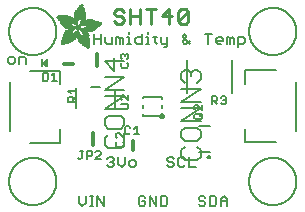
<source format=gbr>
G04 EAGLE Gerber RS-274X export*
G75*
%MOMM*%
%FSLAX34Y34*%
%LPD*%
%INSilkscreen Top*%
%IPPOS*%
%AMOC8*
5,1,8,0,0,1.08239X$1,22.5*%
G01*
%ADD10C,0.152400*%
%ADD11C,0.228600*%
%ADD12C,0.127000*%
%ADD13C,0.304800*%
%ADD14C,0.203200*%
%ADD15R,0.050800X0.006300*%
%ADD16R,0.082600X0.006400*%
%ADD17R,0.120600X0.006300*%
%ADD18R,0.139700X0.006400*%
%ADD19R,0.158800X0.006300*%
%ADD20R,0.177800X0.006400*%
%ADD21R,0.196800X0.006300*%
%ADD22R,0.215900X0.006400*%
%ADD23R,0.228600X0.006300*%
%ADD24R,0.241300X0.006400*%
%ADD25R,0.254000X0.006300*%
%ADD26R,0.266700X0.006400*%
%ADD27R,0.279400X0.006300*%
%ADD28R,0.285700X0.006400*%
%ADD29R,0.298400X0.006300*%
%ADD30R,0.311200X0.006400*%
%ADD31R,0.317500X0.006300*%
%ADD32R,0.330200X0.006400*%
%ADD33R,0.336600X0.006300*%
%ADD34R,0.349200X0.006400*%
%ADD35R,0.361900X0.006300*%
%ADD36R,0.368300X0.006400*%
%ADD37R,0.381000X0.006300*%
%ADD38R,0.387300X0.006400*%
%ADD39R,0.393700X0.006300*%
%ADD40R,0.406400X0.006400*%
%ADD41R,0.412700X0.006300*%
%ADD42R,0.419100X0.006400*%
%ADD43R,0.431800X0.006300*%
%ADD44R,0.438100X0.006400*%
%ADD45R,0.450800X0.006300*%
%ADD46R,0.457200X0.006400*%
%ADD47R,0.463500X0.006300*%
%ADD48R,0.476200X0.006400*%
%ADD49R,0.482600X0.006300*%
%ADD50R,0.488900X0.006400*%
%ADD51R,0.501600X0.006300*%
%ADD52R,0.508000X0.006400*%
%ADD53R,0.514300X0.006300*%
%ADD54R,0.527000X0.006400*%
%ADD55R,0.533400X0.006300*%
%ADD56R,0.546100X0.006400*%
%ADD57R,0.552400X0.006300*%
%ADD58R,0.558800X0.006400*%
%ADD59R,0.571500X0.006300*%
%ADD60R,0.577800X0.006400*%
%ADD61R,0.584200X0.006300*%
%ADD62R,0.596900X0.006400*%
%ADD63R,0.603200X0.006300*%
%ADD64R,0.609600X0.006400*%
%ADD65R,0.622300X0.006300*%
%ADD66R,0.628600X0.006400*%
%ADD67R,0.641300X0.006300*%
%ADD68R,0.647700X0.006400*%
%ADD69R,0.063500X0.006300*%
%ADD70R,0.654000X0.006300*%
%ADD71R,0.101600X0.006400*%
%ADD72R,0.666700X0.006400*%
%ADD73R,0.139700X0.006300*%
%ADD74R,0.673100X0.006300*%
%ADD75R,0.165100X0.006400*%
%ADD76R,0.679400X0.006400*%
%ADD77R,0.196900X0.006300*%
%ADD78R,0.692100X0.006300*%
%ADD79R,0.222200X0.006400*%
%ADD80R,0.698500X0.006400*%
%ADD81R,0.247700X0.006300*%
%ADD82R,0.704800X0.006300*%
%ADD83R,0.279400X0.006400*%
%ADD84R,0.717500X0.006400*%
%ADD85R,0.298500X0.006300*%
%ADD86R,0.723900X0.006300*%
%ADD87R,0.736600X0.006400*%
%ADD88R,0.342900X0.006300*%
%ADD89R,0.742900X0.006300*%
%ADD90R,0.374700X0.006400*%
%ADD91R,0.749300X0.006400*%
%ADD92R,0.762000X0.006300*%
%ADD93R,0.412700X0.006400*%
%ADD94R,0.768300X0.006400*%
%ADD95R,0.438100X0.006300*%
%ADD96R,0.774700X0.006300*%
%ADD97R,0.463600X0.006400*%
%ADD98R,0.787400X0.006400*%
%ADD99R,0.793700X0.006300*%
%ADD100R,0.495300X0.006400*%
%ADD101R,0.800100X0.006400*%
%ADD102R,0.520700X0.006300*%
%ADD103R,0.812800X0.006300*%
%ADD104R,0.533400X0.006400*%
%ADD105R,0.819100X0.006400*%
%ADD106R,0.558800X0.006300*%
%ADD107R,0.825500X0.006300*%
%ADD108R,0.577900X0.006400*%
%ADD109R,0.831800X0.006400*%
%ADD110R,0.596900X0.006300*%
%ADD111R,0.844500X0.006300*%
%ADD112R,0.616000X0.006400*%
%ADD113R,0.850900X0.006400*%
%ADD114R,0.635000X0.006300*%
%ADD115R,0.857200X0.006300*%
%ADD116R,0.654100X0.006400*%
%ADD117R,0.863600X0.006400*%
%ADD118R,0.666700X0.006300*%
%ADD119R,0.869900X0.006300*%
%ADD120R,0.685800X0.006400*%
%ADD121R,0.876300X0.006400*%
%ADD122R,0.882600X0.006300*%
%ADD123R,0.723900X0.006400*%
%ADD124R,0.889000X0.006400*%
%ADD125R,0.895300X0.006300*%
%ADD126R,0.755700X0.006400*%
%ADD127R,0.901700X0.006400*%
%ADD128R,0.908000X0.006300*%
%ADD129R,0.793800X0.006400*%
%ADD130R,0.914400X0.006400*%
%ADD131R,0.806400X0.006300*%
%ADD132R,0.920700X0.006300*%
%ADD133R,0.825500X0.006400*%
%ADD134R,0.927100X0.006400*%
%ADD135R,0.933400X0.006300*%
%ADD136R,0.857300X0.006400*%
%ADD137R,0.939800X0.006400*%
%ADD138R,0.870000X0.006300*%
%ADD139R,0.939800X0.006300*%
%ADD140R,0.946100X0.006400*%
%ADD141R,0.952500X0.006300*%
%ADD142R,0.908000X0.006400*%
%ADD143R,0.958800X0.006400*%
%ADD144R,0.965200X0.006300*%
%ADD145R,0.965200X0.006400*%
%ADD146R,0.971500X0.006300*%
%ADD147R,0.952500X0.006400*%
%ADD148R,0.977900X0.006400*%
%ADD149R,0.958800X0.006300*%
%ADD150R,0.984200X0.006300*%
%ADD151R,0.971500X0.006400*%
%ADD152R,0.984200X0.006400*%
%ADD153R,0.990600X0.006300*%
%ADD154R,0.984300X0.006400*%
%ADD155R,0.996900X0.006400*%
%ADD156R,0.997000X0.006300*%
%ADD157R,0.996900X0.006300*%
%ADD158R,1.003300X0.006400*%
%ADD159R,1.016000X0.006300*%
%ADD160R,1.009600X0.006300*%
%ADD161R,1.016000X0.006400*%
%ADD162R,1.009600X0.006400*%
%ADD163R,1.022300X0.006300*%
%ADD164R,1.028700X0.006400*%
%ADD165R,1.035100X0.006300*%
%ADD166R,1.047800X0.006400*%
%ADD167R,1.054100X0.006300*%
%ADD168R,1.028700X0.006300*%
%ADD169R,1.054100X0.006400*%
%ADD170R,1.035000X0.006400*%
%ADD171R,1.060400X0.006300*%
%ADD172R,1.035000X0.006300*%
%ADD173R,1.060500X0.006400*%
%ADD174R,1.041400X0.006400*%
%ADD175R,1.066800X0.006300*%
%ADD176R,1.041400X0.006300*%
%ADD177R,1.079500X0.006400*%
%ADD178R,1.047700X0.006400*%
%ADD179R,1.085900X0.006300*%
%ADD180R,1.047700X0.006300*%
%ADD181R,1.085800X0.006400*%
%ADD182R,1.092200X0.006300*%
%ADD183R,1.085900X0.006400*%
%ADD184R,1.098600X0.006300*%
%ADD185R,1.098600X0.006400*%
%ADD186R,1.060400X0.006400*%
%ADD187R,1.104900X0.006300*%
%ADD188R,1.104900X0.006400*%
%ADD189R,1.066800X0.006400*%
%ADD190R,1.111200X0.006300*%
%ADD191R,1.117600X0.006400*%
%ADD192R,1.117600X0.006300*%
%ADD193R,1.073100X0.006300*%
%ADD194R,1.073100X0.006400*%
%ADD195R,1.124000X0.006300*%
%ADD196R,1.079500X0.006300*%
%ADD197R,1.123900X0.006400*%
%ADD198R,1.130300X0.006300*%
%ADD199R,1.130300X0.006400*%
%ADD200R,1.136700X0.006400*%
%ADD201R,1.136700X0.006300*%
%ADD202R,1.085800X0.006300*%
%ADD203R,1.136600X0.006400*%
%ADD204R,1.136600X0.006300*%
%ADD205R,1.143000X0.006400*%
%ADD206R,1.143000X0.006300*%
%ADD207R,1.149400X0.006300*%
%ADD208R,1.149300X0.006300*%
%ADD209R,1.149300X0.006400*%
%ADD210R,1.149400X0.006400*%
%ADD211R,1.155700X0.006400*%
%ADD212R,1.155700X0.006300*%
%ADD213R,1.060500X0.006300*%
%ADD214R,2.197100X0.006400*%
%ADD215R,2.197100X0.006300*%
%ADD216R,2.184400X0.006300*%
%ADD217R,2.184400X0.006400*%
%ADD218R,2.171700X0.006400*%
%ADD219R,2.171700X0.006300*%
%ADD220R,1.530300X0.006400*%
%ADD221R,1.505000X0.006300*%
%ADD222R,1.492300X0.006400*%
%ADD223R,1.485900X0.006300*%
%ADD224R,0.565200X0.006300*%
%ADD225R,1.473200X0.006400*%
%ADD226R,0.565200X0.006400*%
%ADD227R,1.460500X0.006300*%
%ADD228R,1.454100X0.006400*%
%ADD229R,0.552400X0.006400*%
%ADD230R,1.441500X0.006300*%
%ADD231R,0.546100X0.006300*%
%ADD232R,1.435100X0.006400*%
%ADD233R,0.539800X0.006400*%
%ADD234R,1.428800X0.006300*%
%ADD235R,1.422400X0.006400*%
%ADD236R,1.409700X0.006300*%
%ADD237R,0.527100X0.006300*%
%ADD238R,1.403300X0.006400*%
%ADD239R,0.527100X0.006400*%
%ADD240R,1.390700X0.006300*%
%ADD241R,1.384300X0.006400*%
%ADD242R,0.520700X0.006400*%
%ADD243R,1.384300X0.006300*%
%ADD244R,0.514400X0.006300*%
%ADD245R,1.371600X0.006400*%
%ADD246R,1.365200X0.006300*%
%ADD247R,0.508000X0.006300*%
%ADD248R,1.352600X0.006400*%
%ADD249R,0.501700X0.006400*%
%ADD250R,0.711200X0.006300*%
%ADD251R,0.603300X0.006300*%
%ADD252R,0.501700X0.006300*%
%ADD253R,0.692100X0.006400*%
%ADD254R,0.571500X0.006400*%
%ADD255R,0.679400X0.006300*%
%ADD256R,0.495300X0.006300*%
%ADD257R,0.673100X0.006400*%
%ADD258R,0.666800X0.006300*%
%ADD259R,0.488900X0.006300*%
%ADD260R,0.660400X0.006400*%
%ADD261R,0.482600X0.006400*%
%ADD262R,0.476200X0.006300*%
%ADD263R,0.654000X0.006400*%
%ADD264R,0.469900X0.006400*%
%ADD265R,0.476300X0.006400*%
%ADD266R,0.647700X0.006300*%
%ADD267R,0.457200X0.006300*%
%ADD268R,0.469900X0.006300*%
%ADD269R,0.641300X0.006400*%
%ADD270R,0.444500X0.006400*%
%ADD271R,0.463600X0.006300*%
%ADD272R,0.635000X0.006400*%
%ADD273R,0.463500X0.006400*%
%ADD274R,0.393700X0.006400*%
%ADD275R,0.450800X0.006400*%
%ADD276R,0.628600X0.006300*%
%ADD277R,0.387400X0.006300*%
%ADD278R,0.450900X0.006300*%
%ADD279R,0.628700X0.006400*%
%ADD280R,0.374600X0.006400*%
%ADD281R,0.368300X0.006300*%
%ADD282R,0.438200X0.006300*%
%ADD283R,0.622300X0.006400*%
%ADD284R,0.355600X0.006400*%
%ADD285R,0.431800X0.006400*%
%ADD286R,0.349300X0.006300*%
%ADD287R,0.425400X0.006300*%
%ADD288R,0.615900X0.006300*%
%ADD289R,0.330200X0.006300*%
%ADD290R,0.419100X0.006300*%
%ADD291R,0.616000X0.006300*%
%ADD292R,0.311200X0.006300*%
%ADD293R,0.406400X0.006300*%
%ADD294R,0.615900X0.006400*%
%ADD295R,0.304800X0.006400*%
%ADD296R,0.158800X0.006400*%
%ADD297R,0.609600X0.006300*%
%ADD298R,0.292100X0.006300*%
%ADD299R,0.235000X0.006300*%
%ADD300R,0.387400X0.006400*%
%ADD301R,0.292100X0.006400*%
%ADD302R,0.336500X0.006300*%
%ADD303R,0.260400X0.006300*%
%ADD304R,0.603300X0.006400*%
%ADD305R,0.260400X0.006400*%
%ADD306R,0.362000X0.006400*%
%ADD307R,0.450900X0.006400*%
%ADD308R,0.355600X0.006300*%
%ADD309R,0.342900X0.006400*%
%ADD310R,0.514300X0.006400*%
%ADD311R,0.234900X0.006300*%
%ADD312R,0.539700X0.006300*%
%ADD313R,0.603200X0.006400*%
%ADD314R,0.234900X0.006400*%
%ADD315R,0.920700X0.006400*%
%ADD316R,0.958900X0.006400*%
%ADD317R,0.215900X0.006300*%
%ADD318R,0.209600X0.006400*%
%ADD319R,0.203200X0.006300*%
%ADD320R,1.003300X0.006300*%
%ADD321R,0.203200X0.006400*%
%ADD322R,0.196900X0.006400*%
%ADD323R,0.190500X0.006300*%
%ADD324R,0.190500X0.006400*%
%ADD325R,0.184200X0.006300*%
%ADD326R,0.590500X0.006400*%
%ADD327R,0.184200X0.006400*%
%ADD328R,0.590500X0.006300*%
%ADD329R,0.177800X0.006300*%
%ADD330R,0.584200X0.006400*%
%ADD331R,1.168400X0.006400*%
%ADD332R,0.171500X0.006300*%
%ADD333R,1.187500X0.006300*%
%ADD334R,1.200100X0.006400*%
%ADD335R,0.577800X0.006300*%
%ADD336R,1.212900X0.006300*%
%ADD337R,1.231900X0.006400*%
%ADD338R,1.250900X0.006300*%
%ADD339R,0.565100X0.006400*%
%ADD340R,0.184100X0.006400*%
%ADD341R,1.263700X0.006400*%
%ADD342R,0.565100X0.006300*%
%ADD343R,1.289100X0.006300*%
%ADD344R,1.314400X0.006400*%
%ADD345R,0.552500X0.006300*%
%ADD346R,1.568500X0.006300*%
%ADD347R,0.552500X0.006400*%
%ADD348R,1.581200X0.006400*%
%ADD349R,1.593800X0.006300*%
%ADD350R,1.606500X0.006400*%
%ADD351R,1.619300X0.006300*%
%ADD352R,0.514400X0.006400*%
%ADD353R,1.638300X0.006400*%
%ADD354R,1.657300X0.006300*%
%ADD355R,2.209800X0.006400*%
%ADD356R,2.425700X0.006300*%
%ADD357R,2.470100X0.006400*%
%ADD358R,2.501900X0.006300*%
%ADD359R,2.533700X0.006400*%
%ADD360R,2.559000X0.006300*%
%ADD361R,2.584500X0.006400*%
%ADD362R,2.609900X0.006300*%
%ADD363R,2.628900X0.006400*%
%ADD364R,2.660600X0.006300*%
%ADD365R,2.673400X0.006400*%
%ADD366R,1.422400X0.006300*%
%ADD367R,1.200200X0.006300*%
%ADD368R,1.365300X0.006300*%
%ADD369R,1.365300X0.006400*%
%ADD370R,1.352500X0.006300*%
%ADD371R,1.098500X0.006300*%
%ADD372R,1.358900X0.006400*%
%ADD373R,1.352600X0.006300*%
%ADD374R,1.358900X0.006300*%
%ADD375R,1.371600X0.006300*%
%ADD376R,1.377900X0.006400*%
%ADD377R,1.397000X0.006400*%
%ADD378R,1.403300X0.006300*%
%ADD379R,0.914400X0.006300*%
%ADD380R,0.876300X0.006300*%
%ADD381R,0.374600X0.006300*%
%ADD382R,1.073200X0.006400*%
%ADD383R,0.374700X0.006300*%
%ADD384R,0.844600X0.006400*%
%ADD385R,0.844600X0.006300*%
%ADD386R,0.831900X0.006400*%
%ADD387R,1.092200X0.006400*%
%ADD388R,0.400000X0.006300*%
%ADD389R,0.819200X0.006400*%
%ADD390R,1.111300X0.006400*%
%ADD391R,0.812800X0.006400*%
%ADD392R,0.800100X0.006300*%
%ADD393R,0.476300X0.006300*%
%ADD394R,1.181100X0.006300*%
%ADD395R,0.501600X0.006400*%
%ADD396R,1.193800X0.006400*%
%ADD397R,0.781000X0.006400*%
%ADD398R,1.238200X0.006400*%
%ADD399R,0.781100X0.006300*%
%ADD400R,1.257300X0.006300*%
%ADD401R,1.295400X0.006400*%
%ADD402R,1.333500X0.006300*%
%ADD403R,0.774700X0.006400*%
%ADD404R,1.866900X0.006400*%
%ADD405R,0.209600X0.006300*%
%ADD406R,1.866900X0.006300*%
%ADD407R,0.768400X0.006400*%
%ADD408R,0.209500X0.006400*%
%ADD409R,1.860600X0.006400*%
%ADD410R,0.762000X0.006400*%
%ADD411R,0.768400X0.006300*%
%ADD412R,1.860600X0.006300*%
%ADD413R,1.860500X0.006400*%
%ADD414R,0.222300X0.006300*%
%ADD415R,1.854200X0.006300*%
%ADD416R,0.235000X0.006400*%
%ADD417R,1.854200X0.006400*%
%ADD418R,0.768300X0.006300*%
%ADD419R,0.260300X0.006400*%
%ADD420R,1.847800X0.006400*%
%ADD421R,0.266700X0.006300*%
%ADD422R,1.847800X0.006300*%
%ADD423R,0.273100X0.006400*%
%ADD424R,1.841500X0.006400*%
%ADD425R,0.285800X0.006300*%
%ADD426R,1.841500X0.006300*%
%ADD427R,0.298500X0.006400*%
%ADD428R,1.835100X0.006400*%
%ADD429R,0.781000X0.006300*%
%ADD430R,0.304800X0.006300*%
%ADD431R,1.835100X0.006300*%
%ADD432R,0.317500X0.006400*%
%ADD433R,1.828800X0.006400*%
%ADD434R,0.787400X0.006300*%
%ADD435R,0.323800X0.006300*%
%ADD436R,1.828800X0.006300*%
%ADD437R,0.793700X0.006400*%
%ADD438R,1.822400X0.006400*%
%ADD439R,0.806500X0.006300*%
%ADD440R,1.822400X0.006300*%
%ADD441R,1.816100X0.006400*%
%ADD442R,0.819100X0.006300*%
%ADD443R,0.387300X0.006300*%
%ADD444R,1.816100X0.006300*%
%ADD445R,1.809800X0.006400*%
%ADD446R,1.803400X0.006300*%
%ADD447R,1.797000X0.006400*%
%ADD448R,0.901700X0.006300*%
%ADD449R,1.797000X0.006300*%
%ADD450R,1.441400X0.006400*%
%ADD451R,1.790700X0.006400*%
%ADD452R,1.447800X0.006300*%
%ADD453R,1.784300X0.006300*%
%ADD454R,1.447800X0.006400*%
%ADD455R,1.784300X0.006400*%
%ADD456R,1.454100X0.006300*%
%ADD457R,1.771700X0.006300*%
%ADD458R,1.460500X0.006400*%
%ADD459R,1.759000X0.006400*%
%ADD460R,1.466800X0.006300*%
%ADD461R,1.752600X0.006300*%
%ADD462R,1.466800X0.006400*%
%ADD463R,1.739900X0.006400*%
%ADD464R,1.473200X0.006300*%
%ADD465R,1.727200X0.006300*%
%ADD466R,1.479500X0.006400*%
%ADD467R,1.714500X0.006400*%
%ADD468R,1.695400X0.006300*%
%ADD469R,1.485900X0.006400*%
%ADD470R,1.682700X0.006400*%
%ADD471R,1.492200X0.006300*%
%ADD472R,1.663700X0.006300*%
%ADD473R,1.498600X0.006400*%
%ADD474R,1.644600X0.006400*%
%ADD475R,1.498600X0.006300*%
%ADD476R,1.619200X0.006300*%
%ADD477R,1.511300X0.006400*%
%ADD478R,1.600200X0.006400*%
%ADD479R,1.517700X0.006300*%
%ADD480R,1.574800X0.006300*%
%ADD481R,1.524000X0.006400*%
%ADD482R,1.555800X0.006400*%
%ADD483R,1.524000X0.006300*%
%ADD484R,1.536700X0.006300*%
%ADD485R,1.530400X0.006400*%
%ADD486R,1.517700X0.006400*%
%ADD487R,1.492300X0.006300*%
%ADD488R,1.549400X0.006400*%
%ADD489R,1.479600X0.006400*%
%ADD490R,1.549400X0.006300*%
%ADD491R,1.555700X0.006400*%
%ADD492R,1.562100X0.006300*%
%ADD493R,0.323900X0.006300*%
%ADD494R,1.568400X0.006400*%
%ADD495R,0.336600X0.006400*%
%ADD496R,1.587500X0.006300*%
%ADD497R,0.971600X0.006300*%
%ADD498R,0.349300X0.006400*%
%ADD499R,1.600200X0.006300*%
%ADD500R,0.920800X0.006300*%
%ADD501R,0.882700X0.006400*%
%ADD502R,1.612900X0.006300*%
%ADD503R,0.362000X0.006300*%
%ADD504R,1.625600X0.006400*%
%ADD505R,1.625600X0.006300*%
%ADD506R,1.644600X0.006300*%
%ADD507R,0.736600X0.006300*%
%ADD508R,0.717600X0.006400*%
%ADD509R,1.657400X0.006300*%
%ADD510R,0.679500X0.006300*%
%ADD511R,1.663700X0.006400*%
%ADD512R,0.400000X0.006400*%
%ADD513R,1.676400X0.006300*%
%ADD514R,1.676400X0.006400*%
%ADD515R,0.425500X0.006400*%
%ADD516R,1.352500X0.006400*%
%ADD517R,0.444500X0.006300*%
%ADD518R,0.361900X0.006400*%
%ADD519R,0.088900X0.006300*%
%ADD520R,1.009700X0.006300*%
%ADD521R,1.009700X0.006400*%
%ADD522R,1.022300X0.006400*%
%ADD523R,1.346200X0.006400*%
%ADD524R,1.346200X0.006300*%
%ADD525R,1.339900X0.006400*%
%ADD526R,1.035100X0.006400*%
%ADD527R,1.339800X0.006300*%
%ADD528R,1.333500X0.006400*%
%ADD529R,1.327200X0.006400*%
%ADD530R,1.320800X0.006300*%
%ADD531R,1.314500X0.006400*%
%ADD532R,1.314400X0.006300*%
%ADD533R,1.301700X0.006400*%
%ADD534R,1.295400X0.006300*%
%ADD535R,1.289000X0.006400*%
%ADD536R,1.276300X0.006300*%
%ADD537R,1.251000X0.006300*%
%ADD538R,1.244600X0.006400*%
%ADD539R,1.231900X0.006300*%
%ADD540R,1.212800X0.006400*%
%ADD541R,1.200100X0.006300*%
%ADD542R,1.187400X0.006400*%
%ADD543R,1.168400X0.006300*%
%ADD544R,1.047800X0.006300*%
%ADD545R,0.977900X0.006300*%
%ADD546R,0.946200X0.006400*%
%ADD547R,0.933400X0.006400*%
%ADD548R,0.895300X0.006400*%
%ADD549R,0.882700X0.006300*%
%ADD550R,0.863600X0.006300*%
%ADD551R,0.857200X0.006400*%
%ADD552R,0.850900X0.006300*%
%ADD553R,0.838200X0.006300*%
%ADD554R,0.806500X0.006400*%
%ADD555R,0.717600X0.006300*%
%ADD556R,0.711200X0.006400*%
%ADD557R,0.641400X0.006400*%
%ADD558R,0.641400X0.006300*%
%ADD559R,0.628700X0.006300*%
%ADD560R,0.590600X0.006300*%
%ADD561R,0.539700X0.006400*%
%ADD562R,0.285700X0.006300*%
%ADD563R,0.222200X0.006300*%
%ADD564R,0.171400X0.006300*%
%ADD565R,0.152400X0.006400*%
%ADD566R,0.133400X0.006300*%
%ADD567R,0.127000X0.762000*%

G36*
X37348Y122433D02*
X37348Y122433D01*
X37377Y122430D01*
X37469Y122450D01*
X37562Y122463D01*
X37589Y122476D01*
X37618Y122482D01*
X37698Y122530D01*
X37782Y122572D01*
X37803Y122593D01*
X37829Y122608D01*
X37890Y122680D01*
X37956Y122746D01*
X37969Y122772D01*
X37989Y122795D01*
X38024Y122882D01*
X38066Y122966D01*
X38070Y122996D01*
X38081Y123023D01*
X38099Y123190D01*
X38099Y128270D01*
X38094Y128299D01*
X38097Y128329D01*
X38075Y128420D01*
X38060Y128513D01*
X38046Y128539D01*
X38039Y128568D01*
X37988Y128647D01*
X37944Y128730D01*
X37923Y128751D01*
X37907Y128776D01*
X37834Y128835D01*
X37766Y128900D01*
X37739Y128912D01*
X37716Y128931D01*
X37628Y128964D01*
X37543Y129003D01*
X37513Y129006D01*
X37486Y129017D01*
X37392Y129020D01*
X37299Y129030D01*
X37269Y129024D01*
X37240Y129025D01*
X37150Y128998D01*
X37058Y128978D01*
X37033Y128963D01*
X37004Y128954D01*
X36862Y128864D01*
X33687Y126324D01*
X33618Y126247D01*
X33545Y126174D01*
X33536Y126157D01*
X33523Y126142D01*
X33481Y126046D01*
X33435Y125954D01*
X33433Y125934D01*
X33425Y125916D01*
X33416Y125813D01*
X33402Y125710D01*
X33406Y125691D01*
X33404Y125671D01*
X33429Y125570D01*
X33448Y125468D01*
X33458Y125451D01*
X33462Y125432D01*
X33518Y125345D01*
X33569Y125254D01*
X33586Y125237D01*
X33594Y125224D01*
X33619Y125204D01*
X33687Y125136D01*
X36862Y122596D01*
X36888Y122581D01*
X36910Y122561D01*
X36995Y122521D01*
X37077Y122475D01*
X37106Y122469D01*
X37133Y122457D01*
X37226Y122447D01*
X37318Y122429D01*
X37348Y122433D01*
G37*
D10*
X64488Y13215D02*
X64488Y7453D01*
X67370Y4572D01*
X70251Y7453D01*
X70251Y13215D01*
X73844Y4572D02*
X76725Y4572D01*
X75284Y4572D02*
X75284Y13215D01*
X73844Y13215D02*
X76725Y13215D01*
X80080Y13215D02*
X80080Y4572D01*
X85843Y4572D02*
X80080Y13215D01*
X85843Y13215D02*
X85843Y4572D01*
X88329Y44795D02*
X89770Y46235D01*
X92651Y46235D01*
X94091Y44795D01*
X94091Y43354D01*
X92651Y41914D01*
X91210Y41914D01*
X92651Y41914D02*
X94091Y40473D01*
X94091Y39033D01*
X92651Y37592D01*
X89770Y37592D01*
X88329Y39033D01*
X97684Y40473D02*
X97684Y46235D01*
X97684Y40473D02*
X100566Y37592D01*
X103447Y40473D01*
X103447Y46235D01*
X108480Y37592D02*
X111361Y37592D01*
X112802Y39033D01*
X112802Y41914D01*
X111361Y43354D01*
X108480Y43354D01*
X107040Y41914D01*
X107040Y39033D01*
X108480Y37592D01*
X119321Y13215D02*
X120761Y11775D01*
X119321Y13215D02*
X116440Y13215D01*
X114999Y11775D01*
X114999Y6013D01*
X116440Y4572D01*
X119321Y4572D01*
X120761Y6013D01*
X120761Y8894D01*
X117880Y8894D01*
X124354Y13215D02*
X124354Y4572D01*
X130117Y4572D02*
X124354Y13215D01*
X130117Y13215D02*
X130117Y4572D01*
X133710Y4572D02*
X133710Y13215D01*
X133710Y4572D02*
X138031Y4572D01*
X139472Y6013D01*
X139472Y11775D01*
X138031Y13215D01*
X133710Y13215D01*
X144891Y44795D02*
X143451Y46235D01*
X140570Y46235D01*
X139129Y44795D01*
X139129Y43354D01*
X140570Y41914D01*
X143451Y41914D01*
X144891Y40473D01*
X144891Y39033D01*
X143451Y37592D01*
X140570Y37592D01*
X139129Y39033D01*
X152806Y46235D02*
X154247Y44795D01*
X152806Y46235D02*
X149925Y46235D01*
X148484Y44795D01*
X148484Y39033D01*
X149925Y37592D01*
X152806Y37592D01*
X154247Y39033D01*
X157840Y37592D02*
X157840Y46235D01*
X157840Y37592D02*
X163602Y37592D01*
X170121Y13215D02*
X171561Y11775D01*
X170121Y13215D02*
X167240Y13215D01*
X165799Y11775D01*
X165799Y10334D01*
X167240Y8894D01*
X170121Y8894D01*
X171561Y7453D01*
X171561Y6013D01*
X170121Y4572D01*
X167240Y4572D01*
X165799Y6013D01*
X175154Y4572D02*
X175154Y13215D01*
X175154Y4572D02*
X179476Y4572D01*
X180917Y6013D01*
X180917Y11775D01*
X179476Y13215D01*
X175154Y13215D01*
X184510Y10334D02*
X184510Y4572D01*
X184510Y10334D02*
X187391Y13215D01*
X190272Y10334D01*
X190272Y4572D01*
X190272Y8894D02*
X184510Y8894D01*
D11*
X102535Y169258D02*
X100459Y171334D01*
X96307Y171334D01*
X94230Y169258D01*
X94230Y167181D01*
X96307Y165105D01*
X100459Y165105D01*
X102535Y163029D01*
X102535Y160953D01*
X100459Y158877D01*
X96307Y158877D01*
X94230Y160953D01*
X107795Y158877D02*
X107795Y171334D01*
X107795Y165105D02*
X116100Y165105D01*
X116100Y158877D02*
X116100Y171334D01*
X125513Y171334D02*
X125513Y158877D01*
X121361Y171334D02*
X129665Y171334D01*
X141154Y171334D02*
X141154Y158877D01*
X134926Y165105D02*
X141154Y171334D01*
X143230Y165105D02*
X134926Y165105D01*
X148491Y160953D02*
X148491Y169258D01*
X150567Y171334D01*
X154719Y171334D01*
X156795Y169258D01*
X156795Y160953D01*
X154719Y158877D01*
X150567Y158877D01*
X148491Y160953D01*
X156795Y169258D01*
D10*
X77516Y150375D02*
X77516Y141732D01*
X77516Y146054D02*
X83278Y146054D01*
X83278Y150375D02*
X83278Y141732D01*
X86871Y143173D02*
X86871Y147494D01*
X86871Y143173D02*
X88311Y141732D01*
X92633Y141732D01*
X92633Y147494D01*
X96226Y147494D02*
X96226Y141732D01*
X96226Y147494D02*
X97667Y147494D01*
X99107Y146054D01*
X99107Y141732D01*
X99107Y146054D02*
X100548Y147494D01*
X101988Y146054D01*
X101988Y141732D01*
X105581Y147494D02*
X107022Y147494D01*
X107022Y141732D01*
X108462Y141732D02*
X105581Y141732D01*
X107022Y150375D02*
X107022Y151816D01*
X117580Y150375D02*
X117580Y141732D01*
X113259Y141732D01*
X111818Y143173D01*
X111818Y146054D01*
X113259Y147494D01*
X117580Y147494D01*
X121173Y147494D02*
X122614Y147494D01*
X122614Y141732D01*
X124054Y141732D02*
X121173Y141732D01*
X122614Y150375D02*
X122614Y151816D01*
X128851Y148935D02*
X128851Y143173D01*
X130291Y141732D01*
X130291Y147494D02*
X127410Y147494D01*
X133647Y147494D02*
X133647Y143173D01*
X135087Y141732D01*
X139409Y141732D01*
X139409Y140291D02*
X139409Y147494D01*
X139409Y140291D02*
X137968Y138851D01*
X136528Y138851D01*
X155238Y141732D02*
X158119Y144613D01*
X155238Y141732D02*
X153798Y141732D01*
X152357Y143173D01*
X152357Y144613D01*
X155238Y147494D01*
X155238Y148935D01*
X153798Y150375D01*
X152357Y148935D01*
X152357Y147494D01*
X158119Y141732D01*
X173949Y141732D02*
X173949Y150375D01*
X171068Y150375D02*
X176830Y150375D01*
X181863Y141732D02*
X184744Y141732D01*
X181863Y141732D02*
X180423Y143173D01*
X180423Y146054D01*
X181863Y147494D01*
X184744Y147494D01*
X186185Y146054D01*
X186185Y144613D01*
X180423Y144613D01*
X189778Y141732D02*
X189778Y147494D01*
X191218Y147494D01*
X192659Y146054D01*
X192659Y141732D01*
X192659Y146054D02*
X194100Y147494D01*
X195540Y146054D01*
X195540Y141732D01*
X199133Y138851D02*
X199133Y147494D01*
X203455Y147494D01*
X204895Y146054D01*
X204895Y143173D01*
X203455Y141732D01*
X199133Y141732D01*
D12*
X8894Y125095D02*
X5928Y125095D01*
X8894Y125095D02*
X10377Y126578D01*
X10377Y129544D01*
X8894Y131027D01*
X5928Y131027D01*
X4445Y129544D01*
X4445Y126578D01*
X5928Y125095D01*
X13800Y125095D02*
X13800Y131027D01*
X18249Y131027D01*
X19732Y129544D01*
X19732Y125095D01*
D13*
X76200Y66040D02*
X76200Y55880D01*
D10*
X96006Y57679D02*
X97108Y58780D01*
X96006Y57679D02*
X96006Y55475D01*
X97108Y54374D01*
X101514Y54374D01*
X102616Y55475D01*
X102616Y57679D01*
X101514Y58780D01*
X102616Y61858D02*
X102616Y66264D01*
X102616Y61858D02*
X98210Y66264D01*
X97108Y66264D01*
X96006Y65163D01*
X96006Y62959D01*
X97108Y61858D01*
D14*
X62240Y87250D02*
X62240Y103250D01*
X95240Y103250D02*
X95240Y87250D01*
X82740Y105750D02*
X74740Y105750D01*
D10*
X99816Y86664D02*
X105324Y86664D01*
X106426Y87765D01*
X106426Y89969D01*
X105324Y91070D01*
X99816Y91070D01*
X106426Y94148D02*
X106426Y98554D01*
X106426Y94148D02*
X102020Y98554D01*
X100918Y98554D01*
X99816Y97453D01*
X99816Y95249D01*
X100918Y94148D01*
D13*
X80010Y123190D02*
X80010Y133350D01*
D10*
X99816Y124989D02*
X100918Y126090D01*
X99816Y124989D02*
X99816Y122785D01*
X100918Y121684D01*
X105324Y121684D01*
X106426Y122785D01*
X106426Y124989D01*
X105324Y126090D01*
X100918Y129168D02*
X99816Y130269D01*
X99816Y132473D01*
X100918Y133574D01*
X102020Y133574D01*
X103121Y132473D01*
X103121Y131371D01*
X103121Y132473D02*
X104223Y133574D01*
X105324Y133574D01*
X106426Y132473D01*
X106426Y130269D01*
X105324Y129168D01*
D13*
X110490Y59880D02*
X110490Y51880D01*
D10*
X108038Y71040D02*
X106937Y72142D01*
X104734Y72142D01*
X103632Y71040D01*
X103632Y66634D01*
X104734Y65532D01*
X106937Y65532D01*
X108038Y66634D01*
X111116Y69938D02*
X113319Y72142D01*
X113319Y65532D01*
X111116Y65532D02*
X115523Y65532D01*
D14*
X156260Y100300D02*
X156260Y128300D01*
X194260Y128300D02*
X194260Y100300D01*
D10*
X177054Y97544D02*
X177054Y90934D01*
X177054Y97544D02*
X180359Y97544D01*
X181460Y96442D01*
X181460Y94239D01*
X180359Y93137D01*
X177054Y93137D01*
X179257Y93137D02*
X181460Y90934D01*
X184538Y96442D02*
X185639Y97544D01*
X187843Y97544D01*
X188944Y96442D01*
X188944Y95340D01*
X187843Y94239D01*
X186741Y94239D01*
X187843Y94239D02*
X188944Y93137D01*
X188944Y92036D01*
X187843Y90934D01*
X185639Y90934D01*
X184538Y92036D01*
D14*
X175315Y49960D02*
X166315Y49960D01*
X166315Y71960D02*
X175315Y71960D01*
X173315Y45960D02*
X173317Y46023D01*
X173323Y46085D01*
X173333Y46147D01*
X173346Y46209D01*
X173364Y46269D01*
X173385Y46328D01*
X173410Y46386D01*
X173439Y46442D01*
X173471Y46496D01*
X173506Y46548D01*
X173544Y46597D01*
X173586Y46645D01*
X173630Y46689D01*
X173678Y46731D01*
X173727Y46769D01*
X173779Y46804D01*
X173833Y46836D01*
X173889Y46865D01*
X173947Y46890D01*
X174006Y46911D01*
X174066Y46929D01*
X174128Y46942D01*
X174190Y46952D01*
X174252Y46958D01*
X174315Y46960D01*
X174378Y46958D01*
X174440Y46952D01*
X174502Y46942D01*
X174564Y46929D01*
X174624Y46911D01*
X174683Y46890D01*
X174741Y46865D01*
X174797Y46836D01*
X174851Y46804D01*
X174903Y46769D01*
X174952Y46731D01*
X175000Y46689D01*
X175044Y46645D01*
X175086Y46597D01*
X175124Y46548D01*
X175159Y46496D01*
X175191Y46442D01*
X175220Y46386D01*
X175245Y46328D01*
X175266Y46269D01*
X175284Y46209D01*
X175297Y46147D01*
X175307Y46085D01*
X175313Y46023D01*
X175315Y45960D01*
X175313Y45897D01*
X175307Y45835D01*
X175297Y45773D01*
X175284Y45711D01*
X175266Y45651D01*
X175245Y45592D01*
X175220Y45534D01*
X175191Y45478D01*
X175159Y45424D01*
X175124Y45372D01*
X175086Y45323D01*
X175044Y45275D01*
X175000Y45231D01*
X174952Y45189D01*
X174903Y45151D01*
X174851Y45116D01*
X174797Y45084D01*
X174741Y45055D01*
X174683Y45030D01*
X174624Y45009D01*
X174564Y44991D01*
X174502Y44978D01*
X174440Y44968D01*
X174378Y44962D01*
X174315Y44960D01*
X174252Y44962D01*
X174190Y44968D01*
X174128Y44978D01*
X174066Y44991D01*
X174006Y45009D01*
X173947Y45030D01*
X173889Y45055D01*
X173833Y45084D01*
X173779Y45116D01*
X173727Y45151D01*
X173678Y45189D01*
X173630Y45231D01*
X173586Y45275D01*
X173544Y45323D01*
X173506Y45372D01*
X173471Y45424D01*
X173439Y45478D01*
X173410Y45534D01*
X173385Y45592D01*
X173364Y45651D01*
X173346Y45711D01*
X173333Y45773D01*
X173323Y45835D01*
X173317Y45897D01*
X173315Y45960D01*
D10*
X167681Y78232D02*
X163275Y78232D01*
X162173Y79334D01*
X162173Y81537D01*
X163275Y82638D01*
X167681Y82638D01*
X168783Y81537D01*
X168783Y79334D01*
X167681Y78232D01*
X166580Y80435D02*
X168783Y82638D01*
X168783Y85716D02*
X168783Y90123D01*
X164377Y90123D02*
X168783Y85716D01*
X164377Y90123D02*
X163275Y90123D01*
X162173Y89021D01*
X162173Y86818D01*
X163275Y85716D01*
D14*
X5400Y152400D02*
X5406Y152891D01*
X5424Y153381D01*
X5454Y153871D01*
X5496Y154360D01*
X5550Y154848D01*
X5616Y155335D01*
X5694Y155819D01*
X5784Y156302D01*
X5886Y156782D01*
X5999Y157260D01*
X6124Y157734D01*
X6261Y158206D01*
X6409Y158674D01*
X6569Y159138D01*
X6740Y159598D01*
X6922Y160054D01*
X7116Y160505D01*
X7320Y160951D01*
X7536Y161392D01*
X7762Y161828D01*
X7998Y162258D01*
X8245Y162682D01*
X8503Y163100D01*
X8771Y163511D01*
X9048Y163916D01*
X9336Y164314D01*
X9633Y164705D01*
X9940Y165088D01*
X10256Y165463D01*
X10581Y165831D01*
X10915Y166191D01*
X11258Y166542D01*
X11609Y166885D01*
X11969Y167219D01*
X12337Y167544D01*
X12712Y167860D01*
X13095Y168167D01*
X13486Y168464D01*
X13884Y168752D01*
X14289Y169029D01*
X14700Y169297D01*
X15118Y169555D01*
X15542Y169802D01*
X15972Y170038D01*
X16408Y170264D01*
X16849Y170480D01*
X17295Y170684D01*
X17746Y170878D01*
X18202Y171060D01*
X18662Y171231D01*
X19126Y171391D01*
X19594Y171539D01*
X20066Y171676D01*
X20540Y171801D01*
X21018Y171914D01*
X21498Y172016D01*
X21981Y172106D01*
X22465Y172184D01*
X22952Y172250D01*
X23440Y172304D01*
X23929Y172346D01*
X24419Y172376D01*
X24909Y172394D01*
X25400Y172400D01*
X25891Y172394D01*
X26381Y172376D01*
X26871Y172346D01*
X27360Y172304D01*
X27848Y172250D01*
X28335Y172184D01*
X28819Y172106D01*
X29302Y172016D01*
X29782Y171914D01*
X30260Y171801D01*
X30734Y171676D01*
X31206Y171539D01*
X31674Y171391D01*
X32138Y171231D01*
X32598Y171060D01*
X33054Y170878D01*
X33505Y170684D01*
X33951Y170480D01*
X34392Y170264D01*
X34828Y170038D01*
X35258Y169802D01*
X35682Y169555D01*
X36100Y169297D01*
X36511Y169029D01*
X36916Y168752D01*
X37314Y168464D01*
X37705Y168167D01*
X38088Y167860D01*
X38463Y167544D01*
X38831Y167219D01*
X39191Y166885D01*
X39542Y166542D01*
X39885Y166191D01*
X40219Y165831D01*
X40544Y165463D01*
X40860Y165088D01*
X41167Y164705D01*
X41464Y164314D01*
X41752Y163916D01*
X42029Y163511D01*
X42297Y163100D01*
X42555Y162682D01*
X42802Y162258D01*
X43038Y161828D01*
X43264Y161392D01*
X43480Y160951D01*
X43684Y160505D01*
X43878Y160054D01*
X44060Y159598D01*
X44231Y159138D01*
X44391Y158674D01*
X44539Y158206D01*
X44676Y157734D01*
X44801Y157260D01*
X44914Y156782D01*
X45016Y156302D01*
X45106Y155819D01*
X45184Y155335D01*
X45250Y154848D01*
X45304Y154360D01*
X45346Y153871D01*
X45376Y153381D01*
X45394Y152891D01*
X45400Y152400D01*
X45394Y151909D01*
X45376Y151419D01*
X45346Y150929D01*
X45304Y150440D01*
X45250Y149952D01*
X45184Y149465D01*
X45106Y148981D01*
X45016Y148498D01*
X44914Y148018D01*
X44801Y147540D01*
X44676Y147066D01*
X44539Y146594D01*
X44391Y146126D01*
X44231Y145662D01*
X44060Y145202D01*
X43878Y144746D01*
X43684Y144295D01*
X43480Y143849D01*
X43264Y143408D01*
X43038Y142972D01*
X42802Y142542D01*
X42555Y142118D01*
X42297Y141700D01*
X42029Y141289D01*
X41752Y140884D01*
X41464Y140486D01*
X41167Y140095D01*
X40860Y139712D01*
X40544Y139337D01*
X40219Y138969D01*
X39885Y138609D01*
X39542Y138258D01*
X39191Y137915D01*
X38831Y137581D01*
X38463Y137256D01*
X38088Y136940D01*
X37705Y136633D01*
X37314Y136336D01*
X36916Y136048D01*
X36511Y135771D01*
X36100Y135503D01*
X35682Y135245D01*
X35258Y134998D01*
X34828Y134762D01*
X34392Y134536D01*
X33951Y134320D01*
X33505Y134116D01*
X33054Y133922D01*
X32598Y133740D01*
X32138Y133569D01*
X31674Y133409D01*
X31206Y133261D01*
X30734Y133124D01*
X30260Y132999D01*
X29782Y132886D01*
X29302Y132784D01*
X28819Y132694D01*
X28335Y132616D01*
X27848Y132550D01*
X27360Y132496D01*
X26871Y132454D01*
X26381Y132424D01*
X25891Y132406D01*
X25400Y132400D01*
X24909Y132406D01*
X24419Y132424D01*
X23929Y132454D01*
X23440Y132496D01*
X22952Y132550D01*
X22465Y132616D01*
X21981Y132694D01*
X21498Y132784D01*
X21018Y132886D01*
X20540Y132999D01*
X20066Y133124D01*
X19594Y133261D01*
X19126Y133409D01*
X18662Y133569D01*
X18202Y133740D01*
X17746Y133922D01*
X17295Y134116D01*
X16849Y134320D01*
X16408Y134536D01*
X15972Y134762D01*
X15542Y134998D01*
X15118Y135245D01*
X14700Y135503D01*
X14289Y135771D01*
X13884Y136048D01*
X13486Y136336D01*
X13095Y136633D01*
X12712Y136940D01*
X12337Y137256D01*
X11969Y137581D01*
X11609Y137915D01*
X11258Y138258D01*
X10915Y138609D01*
X10581Y138969D01*
X10256Y139337D01*
X9940Y139712D01*
X9633Y140095D01*
X9336Y140486D01*
X9048Y140884D01*
X8771Y141289D01*
X8503Y141700D01*
X8245Y142118D01*
X7998Y142542D01*
X7762Y142972D01*
X7536Y143408D01*
X7320Y143849D01*
X7116Y144295D01*
X6922Y144746D01*
X6740Y145202D01*
X6569Y145662D01*
X6409Y146126D01*
X6261Y146594D01*
X6124Y147066D01*
X5999Y147540D01*
X5886Y148018D01*
X5784Y148498D01*
X5694Y148981D01*
X5616Y149465D01*
X5550Y149952D01*
X5496Y150440D01*
X5454Y150929D01*
X5424Y151419D01*
X5406Y151909D01*
X5400Y152400D01*
X208600Y152400D02*
X208606Y152891D01*
X208624Y153381D01*
X208654Y153871D01*
X208696Y154360D01*
X208750Y154848D01*
X208816Y155335D01*
X208894Y155819D01*
X208984Y156302D01*
X209086Y156782D01*
X209199Y157260D01*
X209324Y157734D01*
X209461Y158206D01*
X209609Y158674D01*
X209769Y159138D01*
X209940Y159598D01*
X210122Y160054D01*
X210316Y160505D01*
X210520Y160951D01*
X210736Y161392D01*
X210962Y161828D01*
X211198Y162258D01*
X211445Y162682D01*
X211703Y163100D01*
X211971Y163511D01*
X212248Y163916D01*
X212536Y164314D01*
X212833Y164705D01*
X213140Y165088D01*
X213456Y165463D01*
X213781Y165831D01*
X214115Y166191D01*
X214458Y166542D01*
X214809Y166885D01*
X215169Y167219D01*
X215537Y167544D01*
X215912Y167860D01*
X216295Y168167D01*
X216686Y168464D01*
X217084Y168752D01*
X217489Y169029D01*
X217900Y169297D01*
X218318Y169555D01*
X218742Y169802D01*
X219172Y170038D01*
X219608Y170264D01*
X220049Y170480D01*
X220495Y170684D01*
X220946Y170878D01*
X221402Y171060D01*
X221862Y171231D01*
X222326Y171391D01*
X222794Y171539D01*
X223266Y171676D01*
X223740Y171801D01*
X224218Y171914D01*
X224698Y172016D01*
X225181Y172106D01*
X225665Y172184D01*
X226152Y172250D01*
X226640Y172304D01*
X227129Y172346D01*
X227619Y172376D01*
X228109Y172394D01*
X228600Y172400D01*
X229091Y172394D01*
X229581Y172376D01*
X230071Y172346D01*
X230560Y172304D01*
X231048Y172250D01*
X231535Y172184D01*
X232019Y172106D01*
X232502Y172016D01*
X232982Y171914D01*
X233460Y171801D01*
X233934Y171676D01*
X234406Y171539D01*
X234874Y171391D01*
X235338Y171231D01*
X235798Y171060D01*
X236254Y170878D01*
X236705Y170684D01*
X237151Y170480D01*
X237592Y170264D01*
X238028Y170038D01*
X238458Y169802D01*
X238882Y169555D01*
X239300Y169297D01*
X239711Y169029D01*
X240116Y168752D01*
X240514Y168464D01*
X240905Y168167D01*
X241288Y167860D01*
X241663Y167544D01*
X242031Y167219D01*
X242391Y166885D01*
X242742Y166542D01*
X243085Y166191D01*
X243419Y165831D01*
X243744Y165463D01*
X244060Y165088D01*
X244367Y164705D01*
X244664Y164314D01*
X244952Y163916D01*
X245229Y163511D01*
X245497Y163100D01*
X245755Y162682D01*
X246002Y162258D01*
X246238Y161828D01*
X246464Y161392D01*
X246680Y160951D01*
X246884Y160505D01*
X247078Y160054D01*
X247260Y159598D01*
X247431Y159138D01*
X247591Y158674D01*
X247739Y158206D01*
X247876Y157734D01*
X248001Y157260D01*
X248114Y156782D01*
X248216Y156302D01*
X248306Y155819D01*
X248384Y155335D01*
X248450Y154848D01*
X248504Y154360D01*
X248546Y153871D01*
X248576Y153381D01*
X248594Y152891D01*
X248600Y152400D01*
X248594Y151909D01*
X248576Y151419D01*
X248546Y150929D01*
X248504Y150440D01*
X248450Y149952D01*
X248384Y149465D01*
X248306Y148981D01*
X248216Y148498D01*
X248114Y148018D01*
X248001Y147540D01*
X247876Y147066D01*
X247739Y146594D01*
X247591Y146126D01*
X247431Y145662D01*
X247260Y145202D01*
X247078Y144746D01*
X246884Y144295D01*
X246680Y143849D01*
X246464Y143408D01*
X246238Y142972D01*
X246002Y142542D01*
X245755Y142118D01*
X245497Y141700D01*
X245229Y141289D01*
X244952Y140884D01*
X244664Y140486D01*
X244367Y140095D01*
X244060Y139712D01*
X243744Y139337D01*
X243419Y138969D01*
X243085Y138609D01*
X242742Y138258D01*
X242391Y137915D01*
X242031Y137581D01*
X241663Y137256D01*
X241288Y136940D01*
X240905Y136633D01*
X240514Y136336D01*
X240116Y136048D01*
X239711Y135771D01*
X239300Y135503D01*
X238882Y135245D01*
X238458Y134998D01*
X238028Y134762D01*
X237592Y134536D01*
X237151Y134320D01*
X236705Y134116D01*
X236254Y133922D01*
X235798Y133740D01*
X235338Y133569D01*
X234874Y133409D01*
X234406Y133261D01*
X233934Y133124D01*
X233460Y132999D01*
X232982Y132886D01*
X232502Y132784D01*
X232019Y132694D01*
X231535Y132616D01*
X231048Y132550D01*
X230560Y132496D01*
X230071Y132454D01*
X229581Y132424D01*
X229091Y132406D01*
X228600Y132400D01*
X228109Y132406D01*
X227619Y132424D01*
X227129Y132454D01*
X226640Y132496D01*
X226152Y132550D01*
X225665Y132616D01*
X225181Y132694D01*
X224698Y132784D01*
X224218Y132886D01*
X223740Y132999D01*
X223266Y133124D01*
X222794Y133261D01*
X222326Y133409D01*
X221862Y133569D01*
X221402Y133740D01*
X220946Y133922D01*
X220495Y134116D01*
X220049Y134320D01*
X219608Y134536D01*
X219172Y134762D01*
X218742Y134998D01*
X218318Y135245D01*
X217900Y135503D01*
X217489Y135771D01*
X217084Y136048D01*
X216686Y136336D01*
X216295Y136633D01*
X215912Y136940D01*
X215537Y137256D01*
X215169Y137581D01*
X214809Y137915D01*
X214458Y138258D01*
X214115Y138609D01*
X213781Y138969D01*
X213456Y139337D01*
X213140Y139712D01*
X212833Y140095D01*
X212536Y140486D01*
X212248Y140884D01*
X211971Y141289D01*
X211703Y141700D01*
X211445Y142118D01*
X211198Y142542D01*
X210962Y142972D01*
X210736Y143408D01*
X210520Y143849D01*
X210316Y144295D01*
X210122Y144746D01*
X209940Y145202D01*
X209769Y145662D01*
X209609Y146126D01*
X209461Y146594D01*
X209324Y147066D01*
X209199Y147540D01*
X209086Y148018D01*
X208984Y148498D01*
X208894Y148981D01*
X208816Y149465D01*
X208750Y149952D01*
X208696Y150440D01*
X208654Y150929D01*
X208624Y151419D01*
X208606Y151909D01*
X208600Y152400D01*
D10*
X205190Y58900D02*
X231190Y58900D01*
X205190Y58900D02*
X205190Y69900D01*
X205190Y107900D02*
X205190Y119900D01*
X231190Y119900D01*
X248190Y109900D02*
X248190Y67900D01*
X154010Y54509D02*
X151298Y51797D01*
X151298Y46374D01*
X154010Y43662D01*
X164856Y43662D01*
X167568Y46374D01*
X167568Y51797D01*
X164856Y54509D01*
X151298Y62745D02*
X151298Y68169D01*
X151298Y62745D02*
X154010Y60034D01*
X164856Y60034D01*
X167568Y62745D01*
X167568Y68169D01*
X164856Y70880D01*
X154010Y70880D01*
X151298Y68169D01*
X151298Y76405D02*
X167568Y76405D01*
X167568Y87252D02*
X151298Y76405D01*
X151298Y87252D02*
X167568Y87252D01*
X167568Y92777D02*
X151298Y92777D01*
X167568Y103623D01*
X151298Y103623D01*
X154010Y109148D02*
X151298Y111860D01*
X151298Y117283D01*
X154010Y119995D01*
X156721Y119995D01*
X159433Y117283D01*
X159433Y114572D01*
X159433Y117283D02*
X162145Y119995D01*
X164856Y119995D01*
X167568Y117283D01*
X167568Y111860D01*
X164856Y109148D01*
X48810Y118900D02*
X22810Y118900D01*
X48810Y118900D02*
X48810Y107900D01*
X48810Y69900D02*
X48810Y57900D01*
X22810Y57900D01*
X5810Y67900D02*
X5810Y109900D01*
X86418Y61939D02*
X89130Y64651D01*
X86418Y61939D02*
X86418Y56516D01*
X89130Y53804D01*
X99976Y53804D01*
X102688Y56516D01*
X102688Y61939D01*
X99976Y64651D01*
X86418Y72887D02*
X86418Y78311D01*
X86418Y72887D02*
X89130Y70176D01*
X99976Y70176D01*
X102688Y72887D01*
X102688Y78311D01*
X99976Y81022D01*
X89130Y81022D01*
X86418Y78311D01*
X86418Y86547D02*
X102688Y86547D01*
X102688Y97394D02*
X86418Y86547D01*
X86418Y97394D02*
X102688Y97394D01*
X102688Y102919D02*
X86418Y102919D01*
X102688Y113765D01*
X86418Y113765D01*
X86418Y127425D02*
X102688Y127425D01*
X94553Y119290D02*
X86418Y127425D01*
X94553Y130137D02*
X94553Y119290D01*
D14*
X5400Y25400D02*
X5406Y25891D01*
X5424Y26381D01*
X5454Y26871D01*
X5496Y27360D01*
X5550Y27848D01*
X5616Y28335D01*
X5694Y28819D01*
X5784Y29302D01*
X5886Y29782D01*
X5999Y30260D01*
X6124Y30734D01*
X6261Y31206D01*
X6409Y31674D01*
X6569Y32138D01*
X6740Y32598D01*
X6922Y33054D01*
X7116Y33505D01*
X7320Y33951D01*
X7536Y34392D01*
X7762Y34828D01*
X7998Y35258D01*
X8245Y35682D01*
X8503Y36100D01*
X8771Y36511D01*
X9048Y36916D01*
X9336Y37314D01*
X9633Y37705D01*
X9940Y38088D01*
X10256Y38463D01*
X10581Y38831D01*
X10915Y39191D01*
X11258Y39542D01*
X11609Y39885D01*
X11969Y40219D01*
X12337Y40544D01*
X12712Y40860D01*
X13095Y41167D01*
X13486Y41464D01*
X13884Y41752D01*
X14289Y42029D01*
X14700Y42297D01*
X15118Y42555D01*
X15542Y42802D01*
X15972Y43038D01*
X16408Y43264D01*
X16849Y43480D01*
X17295Y43684D01*
X17746Y43878D01*
X18202Y44060D01*
X18662Y44231D01*
X19126Y44391D01*
X19594Y44539D01*
X20066Y44676D01*
X20540Y44801D01*
X21018Y44914D01*
X21498Y45016D01*
X21981Y45106D01*
X22465Y45184D01*
X22952Y45250D01*
X23440Y45304D01*
X23929Y45346D01*
X24419Y45376D01*
X24909Y45394D01*
X25400Y45400D01*
X25891Y45394D01*
X26381Y45376D01*
X26871Y45346D01*
X27360Y45304D01*
X27848Y45250D01*
X28335Y45184D01*
X28819Y45106D01*
X29302Y45016D01*
X29782Y44914D01*
X30260Y44801D01*
X30734Y44676D01*
X31206Y44539D01*
X31674Y44391D01*
X32138Y44231D01*
X32598Y44060D01*
X33054Y43878D01*
X33505Y43684D01*
X33951Y43480D01*
X34392Y43264D01*
X34828Y43038D01*
X35258Y42802D01*
X35682Y42555D01*
X36100Y42297D01*
X36511Y42029D01*
X36916Y41752D01*
X37314Y41464D01*
X37705Y41167D01*
X38088Y40860D01*
X38463Y40544D01*
X38831Y40219D01*
X39191Y39885D01*
X39542Y39542D01*
X39885Y39191D01*
X40219Y38831D01*
X40544Y38463D01*
X40860Y38088D01*
X41167Y37705D01*
X41464Y37314D01*
X41752Y36916D01*
X42029Y36511D01*
X42297Y36100D01*
X42555Y35682D01*
X42802Y35258D01*
X43038Y34828D01*
X43264Y34392D01*
X43480Y33951D01*
X43684Y33505D01*
X43878Y33054D01*
X44060Y32598D01*
X44231Y32138D01*
X44391Y31674D01*
X44539Y31206D01*
X44676Y30734D01*
X44801Y30260D01*
X44914Y29782D01*
X45016Y29302D01*
X45106Y28819D01*
X45184Y28335D01*
X45250Y27848D01*
X45304Y27360D01*
X45346Y26871D01*
X45376Y26381D01*
X45394Y25891D01*
X45400Y25400D01*
X45394Y24909D01*
X45376Y24419D01*
X45346Y23929D01*
X45304Y23440D01*
X45250Y22952D01*
X45184Y22465D01*
X45106Y21981D01*
X45016Y21498D01*
X44914Y21018D01*
X44801Y20540D01*
X44676Y20066D01*
X44539Y19594D01*
X44391Y19126D01*
X44231Y18662D01*
X44060Y18202D01*
X43878Y17746D01*
X43684Y17295D01*
X43480Y16849D01*
X43264Y16408D01*
X43038Y15972D01*
X42802Y15542D01*
X42555Y15118D01*
X42297Y14700D01*
X42029Y14289D01*
X41752Y13884D01*
X41464Y13486D01*
X41167Y13095D01*
X40860Y12712D01*
X40544Y12337D01*
X40219Y11969D01*
X39885Y11609D01*
X39542Y11258D01*
X39191Y10915D01*
X38831Y10581D01*
X38463Y10256D01*
X38088Y9940D01*
X37705Y9633D01*
X37314Y9336D01*
X36916Y9048D01*
X36511Y8771D01*
X36100Y8503D01*
X35682Y8245D01*
X35258Y7998D01*
X34828Y7762D01*
X34392Y7536D01*
X33951Y7320D01*
X33505Y7116D01*
X33054Y6922D01*
X32598Y6740D01*
X32138Y6569D01*
X31674Y6409D01*
X31206Y6261D01*
X30734Y6124D01*
X30260Y5999D01*
X29782Y5886D01*
X29302Y5784D01*
X28819Y5694D01*
X28335Y5616D01*
X27848Y5550D01*
X27360Y5496D01*
X26871Y5454D01*
X26381Y5424D01*
X25891Y5406D01*
X25400Y5400D01*
X24909Y5406D01*
X24419Y5424D01*
X23929Y5454D01*
X23440Y5496D01*
X22952Y5550D01*
X22465Y5616D01*
X21981Y5694D01*
X21498Y5784D01*
X21018Y5886D01*
X20540Y5999D01*
X20066Y6124D01*
X19594Y6261D01*
X19126Y6409D01*
X18662Y6569D01*
X18202Y6740D01*
X17746Y6922D01*
X17295Y7116D01*
X16849Y7320D01*
X16408Y7536D01*
X15972Y7762D01*
X15542Y7998D01*
X15118Y8245D01*
X14700Y8503D01*
X14289Y8771D01*
X13884Y9048D01*
X13486Y9336D01*
X13095Y9633D01*
X12712Y9940D01*
X12337Y10256D01*
X11969Y10581D01*
X11609Y10915D01*
X11258Y11258D01*
X10915Y11609D01*
X10581Y11969D01*
X10256Y12337D01*
X9940Y12712D01*
X9633Y13095D01*
X9336Y13486D01*
X9048Y13884D01*
X8771Y14289D01*
X8503Y14700D01*
X8245Y15118D01*
X7998Y15542D01*
X7762Y15972D01*
X7536Y16408D01*
X7320Y16849D01*
X7116Y17295D01*
X6922Y17746D01*
X6740Y18202D01*
X6569Y18662D01*
X6409Y19126D01*
X6261Y19594D01*
X6124Y20066D01*
X5999Y20540D01*
X5886Y21018D01*
X5784Y21498D01*
X5694Y21981D01*
X5616Y22465D01*
X5550Y22952D01*
X5496Y23440D01*
X5454Y23929D01*
X5424Y24419D01*
X5406Y24909D01*
X5400Y25400D01*
X208600Y25400D02*
X208606Y25891D01*
X208624Y26381D01*
X208654Y26871D01*
X208696Y27360D01*
X208750Y27848D01*
X208816Y28335D01*
X208894Y28819D01*
X208984Y29302D01*
X209086Y29782D01*
X209199Y30260D01*
X209324Y30734D01*
X209461Y31206D01*
X209609Y31674D01*
X209769Y32138D01*
X209940Y32598D01*
X210122Y33054D01*
X210316Y33505D01*
X210520Y33951D01*
X210736Y34392D01*
X210962Y34828D01*
X211198Y35258D01*
X211445Y35682D01*
X211703Y36100D01*
X211971Y36511D01*
X212248Y36916D01*
X212536Y37314D01*
X212833Y37705D01*
X213140Y38088D01*
X213456Y38463D01*
X213781Y38831D01*
X214115Y39191D01*
X214458Y39542D01*
X214809Y39885D01*
X215169Y40219D01*
X215537Y40544D01*
X215912Y40860D01*
X216295Y41167D01*
X216686Y41464D01*
X217084Y41752D01*
X217489Y42029D01*
X217900Y42297D01*
X218318Y42555D01*
X218742Y42802D01*
X219172Y43038D01*
X219608Y43264D01*
X220049Y43480D01*
X220495Y43684D01*
X220946Y43878D01*
X221402Y44060D01*
X221862Y44231D01*
X222326Y44391D01*
X222794Y44539D01*
X223266Y44676D01*
X223740Y44801D01*
X224218Y44914D01*
X224698Y45016D01*
X225181Y45106D01*
X225665Y45184D01*
X226152Y45250D01*
X226640Y45304D01*
X227129Y45346D01*
X227619Y45376D01*
X228109Y45394D01*
X228600Y45400D01*
X229091Y45394D01*
X229581Y45376D01*
X230071Y45346D01*
X230560Y45304D01*
X231048Y45250D01*
X231535Y45184D01*
X232019Y45106D01*
X232502Y45016D01*
X232982Y44914D01*
X233460Y44801D01*
X233934Y44676D01*
X234406Y44539D01*
X234874Y44391D01*
X235338Y44231D01*
X235798Y44060D01*
X236254Y43878D01*
X236705Y43684D01*
X237151Y43480D01*
X237592Y43264D01*
X238028Y43038D01*
X238458Y42802D01*
X238882Y42555D01*
X239300Y42297D01*
X239711Y42029D01*
X240116Y41752D01*
X240514Y41464D01*
X240905Y41167D01*
X241288Y40860D01*
X241663Y40544D01*
X242031Y40219D01*
X242391Y39885D01*
X242742Y39542D01*
X243085Y39191D01*
X243419Y38831D01*
X243744Y38463D01*
X244060Y38088D01*
X244367Y37705D01*
X244664Y37314D01*
X244952Y36916D01*
X245229Y36511D01*
X245497Y36100D01*
X245755Y35682D01*
X246002Y35258D01*
X246238Y34828D01*
X246464Y34392D01*
X246680Y33951D01*
X246884Y33505D01*
X247078Y33054D01*
X247260Y32598D01*
X247431Y32138D01*
X247591Y31674D01*
X247739Y31206D01*
X247876Y30734D01*
X248001Y30260D01*
X248114Y29782D01*
X248216Y29302D01*
X248306Y28819D01*
X248384Y28335D01*
X248450Y27848D01*
X248504Y27360D01*
X248546Y26871D01*
X248576Y26381D01*
X248594Y25891D01*
X248600Y25400D01*
X248594Y24909D01*
X248576Y24419D01*
X248546Y23929D01*
X248504Y23440D01*
X248450Y22952D01*
X248384Y22465D01*
X248306Y21981D01*
X248216Y21498D01*
X248114Y21018D01*
X248001Y20540D01*
X247876Y20066D01*
X247739Y19594D01*
X247591Y19126D01*
X247431Y18662D01*
X247260Y18202D01*
X247078Y17746D01*
X246884Y17295D01*
X246680Y16849D01*
X246464Y16408D01*
X246238Y15972D01*
X246002Y15542D01*
X245755Y15118D01*
X245497Y14700D01*
X245229Y14289D01*
X244952Y13884D01*
X244664Y13486D01*
X244367Y13095D01*
X244060Y12712D01*
X243744Y12337D01*
X243419Y11969D01*
X243085Y11609D01*
X242742Y11258D01*
X242391Y10915D01*
X242031Y10581D01*
X241663Y10256D01*
X241288Y9940D01*
X240905Y9633D01*
X240514Y9336D01*
X240116Y9048D01*
X239711Y8771D01*
X239300Y8503D01*
X238882Y8245D01*
X238458Y7998D01*
X238028Y7762D01*
X237592Y7536D01*
X237151Y7320D01*
X236705Y7116D01*
X236254Y6922D01*
X235798Y6740D01*
X235338Y6569D01*
X234874Y6409D01*
X234406Y6261D01*
X233934Y6124D01*
X233460Y5999D01*
X232982Y5886D01*
X232502Y5784D01*
X232019Y5694D01*
X231535Y5616D01*
X231048Y5550D01*
X230560Y5496D01*
X230071Y5454D01*
X229581Y5424D01*
X229091Y5406D01*
X228600Y5400D01*
X228109Y5406D01*
X227619Y5424D01*
X227129Y5454D01*
X226640Y5496D01*
X226152Y5550D01*
X225665Y5616D01*
X225181Y5694D01*
X224698Y5784D01*
X224218Y5886D01*
X223740Y5999D01*
X223266Y6124D01*
X222794Y6261D01*
X222326Y6409D01*
X221862Y6569D01*
X221402Y6740D01*
X220946Y6922D01*
X220495Y7116D01*
X220049Y7320D01*
X219608Y7536D01*
X219172Y7762D01*
X218742Y7998D01*
X218318Y8245D01*
X217900Y8503D01*
X217489Y8771D01*
X217084Y9048D01*
X216686Y9336D01*
X216295Y9633D01*
X215912Y9940D01*
X215537Y10256D01*
X215169Y10581D01*
X214809Y10915D01*
X214458Y11258D01*
X214115Y11609D01*
X213781Y11969D01*
X213456Y12337D01*
X213140Y12712D01*
X212833Y13095D01*
X212536Y13486D01*
X212248Y13884D01*
X211971Y14289D01*
X211703Y14700D01*
X211445Y15118D01*
X211198Y15542D01*
X210962Y15972D01*
X210736Y16408D01*
X210520Y16849D01*
X210316Y17295D01*
X210122Y17746D01*
X209940Y18202D01*
X209769Y18662D01*
X209609Y19126D01*
X209461Y19594D01*
X209324Y20066D01*
X209199Y20540D01*
X209086Y21018D01*
X208984Y21498D01*
X208894Y21981D01*
X208816Y22465D01*
X208750Y22952D01*
X208696Y23440D01*
X208654Y23929D01*
X208624Y24419D01*
X208606Y24909D01*
X208600Y25400D01*
D15*
X72358Y137351D03*
D16*
X72390Y137414D03*
D17*
X72390Y137478D03*
D18*
X72359Y137541D03*
D19*
X72390Y137605D03*
D20*
X72358Y137668D03*
D21*
X72390Y137732D03*
D22*
X72359Y137795D03*
D23*
X72358Y137859D03*
D24*
X72295Y137922D03*
D25*
X72295Y137986D03*
D26*
X72232Y138049D03*
D27*
X72231Y138113D03*
D28*
X72200Y138176D03*
D29*
X72136Y138240D03*
D30*
X72136Y138303D03*
D31*
X72105Y138367D03*
D32*
X72041Y138430D03*
D33*
X72009Y138494D03*
D34*
X72009Y138557D03*
D35*
X71946Y138621D03*
D36*
X71914Y138684D03*
D37*
X71850Y138748D03*
D38*
X71819Y138811D03*
D39*
X71787Y138875D03*
D40*
X71723Y138938D03*
D41*
X71692Y139002D03*
D42*
X71660Y139065D03*
D43*
X71596Y139129D03*
D44*
X71565Y139192D03*
D45*
X71501Y139256D03*
D46*
X71469Y139319D03*
D47*
X71438Y139383D03*
D48*
X71374Y139446D03*
D49*
X71342Y139510D03*
D50*
X71311Y139573D03*
D51*
X71247Y139637D03*
D52*
X71215Y139700D03*
D53*
X71184Y139764D03*
D54*
X71120Y139827D03*
D55*
X71088Y139891D03*
D56*
X71025Y139954D03*
D57*
X70993Y140018D03*
D58*
X70961Y140081D03*
D59*
X70898Y140145D03*
D60*
X70866Y140208D03*
D61*
X70834Y140272D03*
D62*
X70771Y140335D03*
D63*
X70739Y140399D03*
D64*
X70707Y140462D03*
D65*
X70644Y140526D03*
D66*
X70612Y140589D03*
D67*
X70549Y140653D03*
D68*
X70517Y140716D03*
D69*
X50705Y140780D03*
D70*
X70485Y140780D03*
D71*
X50705Y140843D03*
D72*
X70422Y140843D03*
D73*
X50769Y140907D03*
D74*
X70390Y140907D03*
D75*
X50832Y140970D03*
D76*
X70358Y140970D03*
D77*
X50864Y141034D03*
D78*
X70295Y141034D03*
D79*
X50927Y141097D03*
D80*
X70263Y141097D03*
D81*
X50991Y141161D03*
D82*
X70231Y141161D03*
D83*
X51086Y141224D03*
D84*
X70168Y141224D03*
D85*
X51118Y141288D03*
D86*
X70136Y141288D03*
D32*
X51213Y141351D03*
D87*
X70072Y141351D03*
D88*
X51277Y141415D03*
D89*
X70041Y141415D03*
D90*
X51372Y141478D03*
D91*
X70009Y141478D03*
D39*
X51467Y141542D03*
D92*
X69945Y141542D03*
D93*
X51499Y141605D03*
D94*
X69914Y141605D03*
D95*
X51626Y141669D03*
D96*
X69882Y141669D03*
D97*
X51689Y141732D03*
D98*
X69818Y141732D03*
D49*
X51784Y141796D03*
D99*
X69787Y141796D03*
D100*
X51848Y141859D03*
D101*
X69755Y141859D03*
D102*
X51975Y141923D03*
D103*
X69691Y141923D03*
D104*
X52038Y141986D03*
D105*
X69660Y141986D03*
D106*
X52165Y142050D03*
D107*
X69628Y142050D03*
D108*
X52261Y142113D03*
D109*
X69596Y142113D03*
D110*
X52356Y142177D03*
D111*
X69533Y142177D03*
D112*
X52451Y142240D03*
D113*
X69501Y142240D03*
D114*
X52546Y142304D03*
D115*
X69469Y142304D03*
D116*
X52642Y142367D03*
D117*
X69437Y142367D03*
D118*
X52769Y142431D03*
D119*
X69406Y142431D03*
D120*
X52864Y142494D03*
D121*
X69374Y142494D03*
D82*
X52959Y142558D03*
D122*
X69342Y142558D03*
D123*
X53055Y142621D03*
D124*
X69310Y142621D03*
D89*
X53150Y142685D03*
D125*
X69279Y142685D03*
D126*
X53277Y142748D03*
D127*
X69247Y142748D03*
D96*
X53372Y142812D03*
D128*
X69215Y142812D03*
D129*
X53467Y142875D03*
D130*
X69183Y142875D03*
D131*
X53594Y142939D03*
D132*
X69152Y142939D03*
D133*
X53690Y143002D03*
D134*
X69120Y143002D03*
D111*
X53785Y143066D03*
D135*
X69088Y143066D03*
D136*
X53912Y143129D03*
D137*
X69056Y143129D03*
D138*
X53975Y143193D03*
D139*
X69056Y143193D03*
D124*
X54070Y143256D03*
D140*
X69025Y143256D03*
D125*
X54166Y143320D03*
D141*
X68993Y143320D03*
D142*
X54229Y143383D03*
D143*
X68961Y143383D03*
D132*
X54293Y143447D03*
D144*
X68929Y143447D03*
D134*
X54388Y143510D03*
D145*
X68929Y143510D03*
D139*
X54451Y143574D03*
D146*
X68898Y143574D03*
D147*
X54515Y143637D03*
D148*
X68866Y143637D03*
D149*
X54610Y143701D03*
D150*
X68834Y143701D03*
D151*
X54674Y143764D03*
D152*
X68834Y143764D03*
D150*
X54737Y143828D03*
D153*
X68802Y143828D03*
D154*
X54801Y143891D03*
D155*
X68771Y143891D03*
D156*
X54864Y143955D03*
D157*
X68771Y143955D03*
D158*
X54896Y144018D03*
X68739Y144018D03*
D159*
X54959Y144082D03*
D160*
X68707Y144082D03*
D161*
X55023Y144145D03*
D162*
X68707Y144145D03*
D163*
X55055Y144209D03*
D159*
X68675Y144209D03*
D164*
X55150Y144272D03*
D161*
X68675Y144272D03*
D165*
X55182Y144336D03*
D163*
X68644Y144336D03*
D166*
X55245Y144399D03*
D164*
X68612Y144399D03*
D167*
X55277Y144463D03*
D168*
X68612Y144463D03*
D169*
X55341Y144526D03*
D170*
X68580Y144526D03*
D171*
X55372Y144590D03*
D172*
X68580Y144590D03*
D173*
X55436Y144653D03*
D174*
X68548Y144653D03*
D175*
X55467Y144717D03*
D176*
X68548Y144717D03*
D177*
X55531Y144780D03*
D178*
X68517Y144780D03*
D179*
X55563Y144844D03*
D180*
X68517Y144844D03*
D181*
X55626Y144907D03*
D169*
X68485Y144907D03*
D182*
X55658Y144971D03*
D167*
X68485Y144971D03*
D183*
X55690Y145034D03*
D169*
X68485Y145034D03*
D184*
X55753Y145098D03*
D171*
X68453Y145098D03*
D185*
X55753Y145161D03*
D186*
X68453Y145161D03*
D187*
X55785Y145225D03*
D175*
X68421Y145225D03*
D188*
X55849Y145288D03*
D189*
X68421Y145288D03*
D190*
X55880Y145352D03*
D175*
X68421Y145352D03*
D191*
X55912Y145415D03*
D189*
X68421Y145415D03*
D192*
X55975Y145479D03*
D193*
X68390Y145479D03*
D191*
X55975Y145542D03*
D194*
X68390Y145542D03*
D195*
X56007Y145606D03*
D196*
X68358Y145606D03*
D197*
X56071Y145669D03*
D177*
X68358Y145669D03*
D198*
X56103Y145733D03*
D196*
X68358Y145733D03*
D199*
X56103Y145796D03*
D177*
X68358Y145796D03*
D198*
X56166Y145860D03*
D196*
X68358Y145860D03*
D200*
X56198Y145923D03*
D181*
X68326Y145923D03*
D201*
X56198Y145987D03*
D202*
X68326Y145987D03*
D203*
X56261Y146050D03*
D177*
X68295Y146050D03*
D204*
X56261Y146114D03*
D196*
X68295Y146114D03*
D205*
X56293Y146177D03*
D183*
X68263Y146177D03*
D206*
X56356Y146241D03*
D179*
X68263Y146241D03*
D205*
X56356Y146304D03*
D183*
X68263Y146304D03*
D207*
X56388Y146368D03*
D179*
X68263Y146368D03*
D205*
X56420Y146431D03*
D183*
X68263Y146431D03*
D208*
X56452Y146495D03*
D179*
X68263Y146495D03*
D209*
X56452Y146558D03*
D183*
X68263Y146558D03*
D207*
X56515Y146622D03*
D179*
X68263Y146622D03*
D210*
X56515Y146685D03*
D183*
X68263Y146685D03*
D207*
X56515Y146749D03*
D202*
X68199Y146749D03*
D209*
X56579Y146812D03*
D181*
X68199Y146812D03*
D208*
X56579Y146876D03*
D202*
X68199Y146876D03*
D211*
X56611Y146939D03*
D181*
X68199Y146939D03*
D207*
X56642Y147003D03*
D202*
X68199Y147003D03*
D210*
X56642Y147066D03*
D181*
X68199Y147066D03*
D212*
X56674Y147130D03*
D202*
X68199Y147130D03*
D209*
X56706Y147193D03*
D181*
X68199Y147193D03*
D208*
X56706Y147257D03*
D196*
X68168Y147257D03*
D211*
X56738Y147320D03*
D177*
X68168Y147320D03*
D207*
X56769Y147384D03*
D196*
X68168Y147384D03*
D210*
X56769Y147447D03*
D177*
X68168Y147447D03*
D207*
X56769Y147511D03*
D196*
X68168Y147511D03*
D209*
X56833Y147574D03*
D194*
X68136Y147574D03*
D208*
X56833Y147638D03*
D193*
X68136Y147638D03*
D209*
X56833Y147701D03*
D189*
X68167Y147701D03*
D207*
X56896Y147765D03*
D175*
X68167Y147765D03*
D210*
X56896Y147828D03*
D189*
X68167Y147828D03*
D207*
X56896Y147892D03*
D213*
X68136Y147892D03*
D205*
X56928Y147955D03*
D173*
X68136Y147955D03*
D208*
X56960Y148019D03*
D213*
X68136Y148019D03*
D209*
X56960Y148082D03*
D169*
X68104Y148082D03*
D206*
X56991Y148146D03*
D167*
X68104Y148146D03*
D210*
X57023Y148209D03*
D169*
X68104Y148209D03*
D207*
X57023Y148273D03*
D167*
X68104Y148273D03*
D214*
X62326Y148336D03*
D215*
X62326Y148400D03*
D214*
X62326Y148463D03*
D216*
X62325Y148527D03*
D217*
X62325Y148590D03*
D216*
X62325Y148654D03*
D218*
X62326Y148717D03*
D219*
X62326Y148781D03*
D220*
X59119Y148844D03*
D62*
X70136Y148844D03*
D221*
X59055Y148908D03*
D61*
X70199Y148908D03*
D222*
X58992Y148971D03*
D60*
X70231Y148971D03*
D223*
X58960Y149035D03*
D224*
X70231Y149035D03*
D225*
X58896Y149098D03*
D226*
X70231Y149098D03*
D227*
X58897Y149162D03*
D57*
X70231Y149162D03*
D228*
X58865Y149225D03*
D229*
X70231Y149225D03*
D230*
X58865Y149289D03*
D231*
X70200Y149289D03*
D232*
X58833Y149352D03*
D233*
X70231Y149352D03*
D234*
X58801Y149416D03*
D55*
X70199Y149416D03*
D235*
X58769Y149479D03*
D104*
X70199Y149479D03*
D236*
X58770Y149543D03*
D237*
X70168Y149543D03*
D238*
X58738Y149606D03*
D239*
X70168Y149606D03*
D240*
X58738Y149670D03*
D102*
X70136Y149670D03*
D241*
X58706Y149733D03*
D242*
X70136Y149733D03*
D243*
X58706Y149797D03*
D244*
X70104Y149797D03*
D245*
X58706Y149860D03*
D52*
X70072Y149860D03*
D246*
X58674Y149924D03*
D247*
X70072Y149924D03*
D248*
X58674Y149987D03*
D249*
X70041Y149987D03*
D250*
X55467Y150051D03*
D251*
X62421Y150051D03*
D252*
X70041Y150051D03*
D253*
X55436Y150114D03*
D254*
X62516Y150114D03*
D100*
X70009Y150114D03*
D255*
X55372Y150178D03*
D231*
X62580Y150178D03*
D256*
X69946Y150178D03*
D257*
X55404Y150241D03*
D104*
X62643Y150241D03*
D50*
X69914Y150241D03*
D258*
X55372Y150305D03*
D53*
X62675Y150305D03*
D259*
X69914Y150305D03*
D260*
X55340Y150368D03*
D100*
X62707Y150368D03*
D261*
X69882Y150368D03*
D70*
X55372Y150432D03*
D49*
X62770Y150432D03*
D262*
X69850Y150432D03*
D263*
X55372Y150495D03*
D264*
X62770Y150495D03*
D265*
X69787Y150495D03*
D266*
X55404Y150559D03*
D267*
X62833Y150559D03*
D268*
X69755Y150559D03*
D269*
X55436Y150622D03*
D270*
X62834Y150622D03*
D264*
X69755Y150622D03*
D67*
X55436Y150686D03*
D43*
X62897Y150686D03*
D271*
X69723Y150686D03*
D272*
X55467Y150749D03*
D42*
X62897Y150749D03*
D273*
X69660Y150749D03*
D114*
X55467Y150813D03*
D41*
X62929Y150813D03*
D267*
X69628Y150813D03*
D66*
X55499Y150876D03*
D274*
X62961Y150876D03*
D275*
X69596Y150876D03*
D276*
X55499Y150940D03*
D277*
X62992Y150940D03*
D278*
X69533Y150940D03*
D279*
X55563Y151003D03*
D280*
X62992Y151003D03*
D270*
X69501Y151003D03*
D65*
X55595Y151067D03*
D281*
X63024Y151067D03*
D282*
X69469Y151067D03*
D283*
X55595Y151130D03*
D284*
X63024Y151130D03*
D285*
X69374Y151130D03*
D65*
X55658Y151194D03*
D286*
X63056Y151194D03*
D287*
X69342Y151194D03*
D283*
X55658Y151257D03*
D32*
X63087Y151257D03*
D42*
X69311Y151257D03*
D288*
X55690Y151321D03*
D289*
X63087Y151321D03*
D290*
X69247Y151321D03*
D112*
X55753Y151384D03*
D30*
X63119Y151384D03*
D40*
X69183Y151384D03*
D291*
X55753Y151448D03*
D292*
X63119Y151448D03*
D293*
X69120Y151448D03*
D294*
X55817Y151511D03*
D295*
X63151Y151511D03*
D274*
X69057Y151511D03*
D296*
X73025Y151511D03*
D297*
X55848Y151575D03*
D298*
X63151Y151575D03*
D39*
X68993Y151575D03*
D299*
X73025Y151575D03*
D112*
X55880Y151638D03*
D28*
X63183Y151638D03*
D300*
X68961Y151638D03*
D301*
X73057Y151638D03*
D288*
X55944Y151702D03*
D27*
X63214Y151702D03*
D37*
X68866Y151702D03*
D302*
X73089Y151702D03*
D64*
X55975Y151765D03*
D26*
X63215Y151765D03*
D280*
X68834Y151765D03*
D90*
X73089Y151765D03*
D297*
X56039Y151829D03*
D303*
X63246Y151829D03*
D281*
X68739Y151829D03*
D41*
X73089Y151829D03*
D304*
X56071Y151892D03*
D305*
X63246Y151892D03*
D306*
X68707Y151892D03*
D307*
X73089Y151892D03*
D297*
X56102Y151956D03*
D25*
X63278Y151956D03*
D308*
X68612Y151956D03*
D49*
X73057Y151956D03*
D64*
X56166Y152019D03*
D24*
X63278Y152019D03*
D309*
X68549Y152019D03*
D310*
X73089Y152019D03*
D251*
X56198Y152083D03*
D311*
X63310Y152083D03*
D88*
X68485Y152083D03*
D312*
X73089Y152083D03*
D313*
X56261Y152146D03*
D314*
X63310Y152146D03*
D315*
X71311Y152146D03*
D251*
X56325Y152210D03*
D23*
X63341Y152210D03*
D135*
X71374Y152210D03*
D313*
X56388Y152273D03*
D22*
X63342Y152273D03*
D316*
X71438Y152273D03*
D110*
X56420Y152337D03*
D317*
X63342Y152337D03*
D144*
X71469Y152337D03*
D62*
X56484Y152400D03*
D318*
X63373Y152400D03*
D152*
X71501Y152400D03*
D110*
X56547Y152464D03*
D319*
X63405Y152464D03*
D320*
X71533Y152464D03*
D62*
X56611Y152527D03*
D321*
X63405Y152527D03*
D161*
X71596Y152527D03*
D110*
X56674Y152591D03*
D77*
X63437Y152591D03*
D172*
X71628Y152591D03*
D62*
X56738Y152654D03*
D322*
X63437Y152654D03*
D166*
X71628Y152654D03*
D110*
X56801Y152718D03*
D323*
X63469Y152718D03*
D175*
X71660Y152718D03*
D62*
X56865Y152781D03*
D324*
X63469Y152781D03*
D194*
X71692Y152781D03*
D110*
X56928Y152845D03*
D325*
X63500Y152845D03*
D182*
X71723Y152845D03*
D326*
X56960Y152908D03*
D327*
X63500Y152908D03*
D188*
X71724Y152908D03*
D328*
X57087Y152972D03*
D329*
X63532Y152972D03*
D195*
X71755Y152972D03*
D330*
X57118Y153035D03*
D20*
X63532Y153035D03*
D203*
X71755Y153035D03*
D328*
X57214Y153099D03*
D329*
X63532Y153099D03*
D212*
X71787Y153099D03*
D330*
X57309Y153162D03*
D20*
X63532Y153162D03*
D331*
X71787Y153162D03*
D61*
X57372Y153226D03*
D332*
X63564Y153226D03*
D333*
X71819Y153226D03*
D108*
X57468Y153289D03*
D20*
X63595Y153289D03*
D334*
X71819Y153289D03*
D335*
X57531Y153353D03*
D329*
X63595Y153353D03*
D336*
X71819Y153353D03*
D60*
X57658Y153416D03*
D327*
X63627Y153416D03*
D337*
X71851Y153416D03*
D59*
X57754Y153480D03*
D325*
X63627Y153480D03*
D338*
X71819Y153480D03*
D339*
X57849Y153543D03*
D340*
X63691Y153543D03*
D341*
X71819Y153543D03*
D342*
X57976Y153607D03*
D77*
X63691Y153607D03*
D343*
X71819Y153607D03*
D58*
X58071Y153670D03*
D318*
X63754Y153670D03*
D344*
X71755Y153670D03*
D345*
X58230Y153734D03*
D346*
X70549Y153734D03*
D347*
X58357Y153797D03*
D348*
X70612Y153797D03*
D55*
X58515Y153861D03*
D349*
X70612Y153861D03*
D104*
X58706Y153924D03*
D350*
X70676Y153924D03*
D102*
X58833Y153988D03*
D351*
X70676Y153988D03*
D352*
X59055Y154051D03*
D353*
X70708Y154051D03*
D102*
X59278Y154115D03*
D354*
X70676Y154115D03*
D355*
X67977Y154178D03*
D356*
X67025Y154242D03*
D357*
X66866Y154305D03*
D358*
X66771Y154369D03*
D359*
X66739Y154432D03*
D360*
X66675Y154496D03*
D361*
X66612Y154559D03*
D362*
X66612Y154623D03*
D363*
X66580Y154686D03*
D364*
X66548Y154750D03*
D365*
X66548Y154813D03*
D366*
X60103Y154877D03*
D367*
X74041Y154877D03*
D241*
X59849Y154940D03*
D211*
X74327Y154940D03*
D368*
X59627Y155004D03*
D195*
X74549Y155004D03*
D369*
X59500Y155067D03*
D191*
X74708Y155067D03*
D370*
X59373Y155131D03*
D371*
X74867Y155131D03*
D372*
X59278Y155194D03*
D183*
X74994Y155194D03*
D373*
X59182Y155258D03*
D196*
X75153Y155258D03*
D372*
X59087Y155321D03*
D189*
X75279Y155321D03*
D374*
X59024Y155385D03*
D213*
X75375Y155385D03*
D245*
X58960Y155448D03*
D173*
X75502Y155448D03*
D375*
X58896Y155512D03*
D167*
X75597Y155512D03*
D376*
X58865Y155575D03*
D186*
X75692Y155575D03*
D243*
X58833Y155639D03*
D167*
X75788Y155639D03*
D377*
X58769Y155702D03*
D173*
X75883Y155702D03*
D378*
X58738Y155766D03*
D167*
X75978Y155766D03*
D137*
X56356Y155829D03*
D40*
X63722Y155829D03*
D169*
X76042Y155829D03*
D379*
X56166Y155893D03*
D39*
X63850Y155893D03*
D213*
X76137Y155893D03*
D124*
X55975Y155956D03*
D90*
X63945Y155956D03*
D186*
X76200Y155956D03*
D380*
X55849Y156020D03*
D381*
X64008Y156020D03*
D193*
X76264Y156020D03*
D117*
X55721Y156083D03*
D36*
X64040Y156083D03*
D382*
X76327Y156083D03*
D115*
X55626Y156147D03*
D383*
X64072Y156147D03*
D193*
X76391Y156147D03*
D384*
X55499Y156210D03*
D280*
X64135Y156210D03*
D181*
X76454Y156210D03*
D385*
X55372Y156274D03*
D37*
X64167Y156274D03*
D182*
X76486Y156274D03*
D386*
X55309Y156337D03*
D38*
X64199Y156337D03*
D387*
X76549Y156337D03*
D107*
X55214Y156401D03*
D388*
X64262Y156401D03*
D187*
X76613Y156401D03*
D389*
X55118Y156464D03*
D40*
X64294Y156464D03*
D390*
X76645Y156464D03*
D103*
X55023Y156528D03*
D290*
X64358Y156528D03*
D198*
X76677Y156528D03*
D391*
X54959Y156591D03*
D285*
X64421Y156591D03*
D203*
X76708Y156591D03*
D131*
X54864Y156655D03*
D95*
X64453Y156655D03*
D207*
X76708Y156655D03*
D101*
X54769Y156718D03*
D97*
X64516Y156718D03*
D331*
X76740Y156718D03*
D392*
X54706Y156782D03*
D393*
X64580Y156782D03*
D394*
X76740Y156782D03*
D129*
X54610Y156845D03*
D395*
X64643Y156845D03*
D396*
X76740Y156845D03*
D99*
X54547Y156909D03*
D53*
X64707Y156909D03*
D336*
X76772Y156909D03*
D397*
X54483Y156972D03*
D56*
X64802Y156972D03*
D398*
X76708Y156972D03*
D399*
X54420Y157036D03*
D335*
X64897Y157036D03*
D400*
X76677Y157036D03*
D397*
X54356Y157099D03*
D112*
X65024Y157099D03*
D401*
X76613Y157099D03*
D399*
X54293Y157163D03*
D23*
X63087Y157163D03*
D287*
X66421Y157163D03*
D402*
X76486Y157163D03*
D403*
X54261Y157226D03*
D22*
X62961Y157226D03*
D404*
X73883Y157226D03*
D96*
X54198Y157290D03*
D405*
X62865Y157290D03*
D406*
X73946Y157290D03*
D407*
X54102Y157353D03*
D408*
X62802Y157353D03*
D409*
X74041Y157353D03*
D96*
X54071Y157417D03*
D405*
X62738Y157417D03*
D406*
X74073Y157417D03*
D410*
X54007Y157480D03*
D22*
X62707Y157480D03*
D409*
X74168Y157480D03*
D411*
X53975Y157544D03*
D317*
X62643Y157544D03*
D412*
X74168Y157544D03*
D94*
X53912Y157607D03*
D79*
X62611Y157607D03*
D413*
X74232Y157607D03*
D411*
X53848Y157671D03*
D414*
X62548Y157671D03*
D415*
X74263Y157671D03*
D410*
X53816Y157734D03*
D416*
X62484Y157734D03*
D417*
X74327Y157734D03*
D418*
X53785Y157798D03*
D311*
X62421Y157798D03*
D415*
X74327Y157798D03*
D407*
X53721Y157861D03*
D24*
X62389Y157861D03*
D417*
X74390Y157861D03*
D92*
X53689Y157925D03*
D25*
X62325Y157925D03*
D415*
X74390Y157925D03*
D94*
X53658Y157988D03*
D419*
X62294Y157988D03*
D420*
X74422Y157988D03*
D411*
X53594Y158052D03*
D421*
X62199Y158052D03*
D422*
X74422Y158052D03*
D403*
X53563Y158115D03*
D423*
X62167Y158115D03*
D424*
X74454Y158115D03*
D96*
X53563Y158179D03*
D425*
X62103Y158179D03*
D426*
X74454Y158179D03*
D403*
X53499Y158242D03*
D427*
X62040Y158242D03*
D428*
X74486Y158242D03*
D429*
X53467Y158306D03*
D430*
X61944Y158306D03*
D431*
X74486Y158306D03*
D98*
X53435Y158369D03*
D432*
X61881Y158369D03*
D433*
X74517Y158369D03*
D434*
X53435Y158433D03*
D435*
X61849Y158433D03*
D436*
X74517Y158433D03*
D437*
X53404Y158496D03*
D309*
X61754Y158496D03*
D438*
X74549Y158496D03*
D439*
X53404Y158560D03*
D308*
X61690Y158560D03*
D440*
X74549Y158560D03*
D391*
X53372Y158623D03*
D280*
X61595Y158623D03*
D441*
X74518Y158623D03*
D442*
X53404Y158687D03*
D443*
X61532Y158687D03*
D444*
X74518Y158687D03*
D386*
X53404Y158750D03*
D40*
X61436Y158750D03*
D445*
X74549Y158750D03*
D111*
X53404Y158814D03*
D287*
X61341Y158814D03*
D446*
X74517Y158814D03*
D117*
X53499Y158877D03*
D46*
X61182Y158877D03*
D447*
X74549Y158877D03*
D448*
X53626Y158941D03*
D51*
X60960Y158941D03*
D449*
X74549Y158941D03*
D450*
X56261Y159004D03*
D451*
X74518Y159004D03*
D452*
X56229Y159068D03*
D453*
X74486Y159068D03*
D454*
X56229Y159131D03*
D455*
X74486Y159131D03*
D456*
X56198Y159195D03*
D457*
X74486Y159195D03*
D458*
X56166Y159258D03*
D459*
X74422Y159258D03*
D460*
X56134Y159322D03*
D461*
X74390Y159322D03*
D462*
X56134Y159385D03*
D463*
X74327Y159385D03*
D464*
X56102Y159449D03*
D465*
X74327Y159449D03*
D466*
X56071Y159512D03*
D467*
X74264Y159512D03*
D223*
X56039Y159576D03*
D468*
X74168Y159576D03*
D469*
X56039Y159639D03*
D470*
X74105Y159639D03*
D471*
X56007Y159703D03*
D472*
X74010Y159703D03*
D473*
X55975Y159766D03*
D474*
X73914Y159766D03*
D475*
X55975Y159830D03*
D476*
X73787Y159830D03*
D477*
X55976Y159893D03*
D478*
X73755Y159893D03*
D479*
X55944Y159957D03*
D480*
X73628Y159957D03*
D481*
X55912Y160020D03*
D482*
X73533Y160020D03*
D483*
X55912Y160084D03*
D484*
X73438Y160084D03*
D485*
X55880Y160147D03*
D486*
X73343Y160147D03*
D484*
X55849Y160211D03*
D487*
X73216Y160211D03*
D488*
X55848Y160274D03*
D489*
X73152Y160274D03*
D490*
X55848Y160338D03*
D292*
X67310Y160338D03*
D206*
X74644Y160338D03*
D491*
X55817Y160401D03*
D432*
X67342Y160401D03*
D188*
X74581Y160401D03*
D492*
X55785Y160465D03*
D493*
X67374Y160465D03*
D202*
X74549Y160465D03*
D494*
X55753Y160528D03*
D32*
X67405Y160528D03*
D169*
X74454Y160528D03*
D480*
X55785Y160592D03*
D289*
X67405Y160592D03*
D168*
X74391Y160592D03*
D348*
X55753Y160655D03*
D495*
X67437Y160655D03*
D155*
X74359Y160655D03*
D496*
X55722Y160719D03*
D88*
X67469Y160719D03*
D497*
X74295Y160719D03*
D478*
X55721Y160782D03*
D498*
X67501Y160782D03*
D137*
X74200Y160782D03*
D499*
X55721Y160846D03*
D308*
X67532Y160846D03*
D500*
X74168Y160846D03*
D350*
X55690Y160909D03*
D284*
X67532Y160909D03*
D501*
X74105Y160909D03*
D502*
X55658Y160973D03*
D503*
X67564Y160973D03*
D115*
X74041Y160973D03*
D504*
X55658Y161036D03*
D36*
X67596Y161036D03*
D386*
X73978Y161036D03*
D505*
X55658Y161100D03*
D383*
X67628Y161100D03*
D392*
X73946Y161100D03*
D353*
X55658Y161163D03*
D90*
X67628Y161163D03*
D403*
X73883Y161163D03*
D506*
X55626Y161227D03*
D37*
X67659Y161227D03*
D507*
X73819Y161227D03*
D474*
X55626Y161290D03*
D300*
X67691Y161290D03*
D508*
X73787Y161290D03*
D509*
X55626Y161354D03*
D388*
X67691Y161354D03*
D510*
X73724Y161354D03*
D511*
X55595Y161417D03*
D512*
X67691Y161417D03*
D68*
X73692Y161417D03*
D513*
X55594Y161481D03*
D293*
X67723Y161481D03*
D291*
X73660Y161481D03*
D514*
X55594Y161544D03*
D93*
X67755Y161544D03*
D326*
X73597Y161544D03*
D370*
X53912Y161608D03*
D289*
X62389Y161608D03*
D41*
X67755Y161608D03*
D231*
X73565Y161608D03*
D248*
X53848Y161671D03*
D495*
X62357Y161671D03*
D515*
X67755Y161671D03*
D242*
X73565Y161671D03*
D370*
X53785Y161735D03*
D88*
X62389Y161735D03*
D43*
X67786Y161735D03*
D262*
X73533Y161735D03*
D516*
X53785Y161798D03*
D34*
X62357Y161798D03*
D285*
X67786Y161798D03*
D270*
X73502Y161798D03*
D373*
X53721Y161862D03*
D308*
X62389Y161862D03*
D517*
X67787Y161862D03*
D293*
X73501Y161862D03*
D516*
X53658Y161925D03*
D518*
X62421Y161925D03*
D270*
X67787Y161925D03*
D498*
X73470Y161925D03*
D374*
X53626Y161989D03*
D281*
X62389Y161989D03*
D45*
X67818Y161989D03*
D298*
X73438Y161989D03*
D248*
X53594Y162052D03*
D90*
X62421Y162052D03*
D46*
X67786Y162052D03*
D318*
X73406Y162052D03*
D370*
X53531Y162116D03*
D37*
X62452Y162116D03*
D268*
X67787Y162116D03*
D519*
X73375Y162116D03*
D372*
X53499Y162179D03*
D274*
X62453Y162179D03*
D264*
X67787Y162179D03*
D373*
X53467Y162243D03*
D388*
X62484Y162243D03*
D49*
X67786Y162243D03*
D516*
X53404Y162306D03*
D40*
X62516Y162306D03*
D50*
X67755Y162306D03*
D374*
X53372Y162370D03*
D290*
X62516Y162370D03*
D256*
X67723Y162370D03*
D372*
X53309Y162433D03*
D285*
X62579Y162433D03*
D52*
X67723Y162433D03*
D370*
X53277Y162497D03*
D153*
X65310Y162497D03*
D372*
X53245Y162560D03*
D155*
X65342Y162560D03*
D374*
X53182Y162624D03*
D157*
X65342Y162624D03*
D516*
X53150Y162687D03*
D158*
X65310Y162687D03*
D373*
X53086Y162751D03*
D520*
X65342Y162751D03*
D372*
X53055Y162814D03*
D521*
X65342Y162814D03*
D374*
X52991Y162878D03*
D159*
X65310Y162878D03*
D248*
X52959Y162941D03*
D522*
X65342Y162941D03*
D370*
X52896Y163005D03*
D163*
X65342Y163005D03*
D523*
X52864Y163068D03*
D522*
X65342Y163068D03*
D524*
X52800Y163132D03*
D168*
X65310Y163132D03*
D525*
X52769Y163195D03*
D526*
X65342Y163195D03*
D527*
X52705Y163259D03*
D165*
X65342Y163259D03*
D528*
X52674Y163322D03*
D526*
X65342Y163322D03*
D402*
X52610Y163386D03*
D176*
X65310Y163386D03*
D529*
X52578Y163449D03*
D178*
X65342Y163449D03*
D530*
X52546Y163513D03*
D180*
X65342Y163513D03*
D531*
X52515Y163576D03*
D178*
X65342Y163576D03*
D532*
X52451Y163640D03*
D180*
X65342Y163640D03*
D533*
X52388Y163703D03*
D169*
X65310Y163703D03*
D534*
X52356Y163767D03*
D213*
X65342Y163767D03*
D535*
X52324Y163830D03*
D173*
X65342Y163830D03*
D536*
X52261Y163894D03*
D213*
X65342Y163894D03*
D341*
X52261Y163957D03*
D173*
X65342Y163957D03*
D537*
X52197Y164021D03*
D213*
X65342Y164021D03*
D538*
X52165Y164084D03*
D173*
X65342Y164084D03*
D539*
X52102Y164148D03*
D213*
X65342Y164148D03*
D540*
X52070Y164211D03*
D173*
X65342Y164211D03*
D541*
X52007Y164275D03*
D213*
X65342Y164275D03*
D542*
X51943Y164338D03*
D173*
X65342Y164338D03*
D543*
X51911Y164402D03*
D175*
X65373Y164402D03*
D209*
X51880Y164465D03*
D189*
X65373Y164465D03*
D198*
X51785Y164529D03*
D175*
X65373Y164529D03*
D390*
X51753Y164592D03*
D189*
X65373Y164592D03*
D202*
X51689Y164656D03*
D175*
X65373Y164656D03*
D189*
X51594Y164719D03*
X65373Y164719D03*
D176*
X51530Y164783D03*
D175*
X65373Y164783D03*
D162*
X51435Y164846D03*
D189*
X65373Y164846D03*
D146*
X51372Y164910D03*
D175*
X65373Y164910D03*
D134*
X51277Y164973D03*
D189*
X65373Y164973D03*
D380*
X51150Y165037D03*
D175*
X65373Y165037D03*
D437*
X50991Y165100D03*
D189*
X65373Y165100D03*
D175*
X65373Y165164D03*
D189*
X65373Y165227D03*
D167*
X65374Y165291D03*
D169*
X65374Y165354D03*
D167*
X65374Y165418D03*
D169*
X65374Y165481D03*
D167*
X65374Y165545D03*
D166*
X65405Y165608D03*
D544*
X65405Y165672D03*
D166*
X65405Y165735D03*
D544*
X65405Y165799D03*
D166*
X65405Y165862D03*
D176*
X65437Y165926D03*
D170*
X65405Y165989D03*
D172*
X65405Y166053D03*
D170*
X65405Y166116D03*
D168*
X65437Y166180D03*
D164*
X65437Y166243D03*
D168*
X65437Y166307D03*
D161*
X65437Y166370D03*
D159*
X65437Y166434D03*
D161*
X65437Y166497D03*
D520*
X65469Y166561D03*
D521*
X65469Y166624D03*
D320*
X65437Y166688D03*
D155*
X65469Y166751D03*
D157*
X65469Y166815D03*
D155*
X65469Y166878D03*
D153*
X65500Y166942D03*
D154*
X65469Y167005D03*
D545*
X65501Y167069D03*
D148*
X65501Y167132D03*
D146*
X65469Y167196D03*
D145*
X65500Y167259D03*
D144*
X65500Y167323D03*
D143*
X65532Y167386D03*
D141*
X65501Y167450D03*
D546*
X65532Y167513D03*
D139*
X65500Y167577D03*
D547*
X65532Y167640D03*
D135*
X65532Y167704D03*
D134*
X65564Y167767D03*
D500*
X65532Y167831D03*
D130*
X65564Y167894D03*
D379*
X65564Y167958D03*
D127*
X65564Y168021D03*
D448*
X65564Y168085D03*
D548*
X65596Y168148D03*
D549*
X65596Y168212D03*
D501*
X65596Y168275D03*
D380*
X65628Y168339D03*
D117*
X65627Y168402D03*
D550*
X65627Y168466D03*
D551*
X65659Y168529D03*
D552*
X65628Y168593D03*
D384*
X65659Y168656D03*
D553*
X65691Y168720D03*
D109*
X65659Y168783D03*
D107*
X65691Y168847D03*
D105*
X65723Y168910D03*
D439*
X65723Y168974D03*
D554*
X65723Y169037D03*
D392*
X65755Y169101D03*
D129*
X65786Y169164D03*
D429*
X65786Y169228D03*
D397*
X65786Y169291D03*
D411*
X65786Y169355D03*
D410*
X65818Y169418D03*
D92*
X65818Y169482D03*
D126*
X65850Y169545D03*
D89*
X65850Y169609D03*
D87*
X65881Y169672D03*
D507*
X65881Y169736D03*
D123*
X65882Y169799D03*
D555*
X65913Y169863D03*
D556*
X65945Y169926D03*
D82*
X65913Y169990D03*
D80*
X65945Y170053D03*
D78*
X65977Y170117D03*
D120*
X65945Y170180D03*
D510*
X65977Y170244D03*
D257*
X66009Y170307D03*
D118*
X65977Y170371D03*
D260*
X66008Y170434D03*
D70*
X66040Y170498D03*
D557*
X66040Y170561D03*
D558*
X66040Y170625D03*
D272*
X66072Y170688D03*
D559*
X66104Y170752D03*
D283*
X66072Y170815D03*
D288*
X66104Y170879D03*
D64*
X66135Y170942D03*
D110*
X66136Y171006D03*
D62*
X66136Y171069D03*
D560*
X66167Y171133D03*
D60*
X66167Y171196D03*
D59*
X66199Y171260D03*
D254*
X66199Y171323D03*
D106*
X66199Y171387D03*
D347*
X66231Y171450D03*
D345*
X66231Y171514D03*
D561*
X66231Y171577D03*
D55*
X66262Y171641D03*
D54*
X66294Y171704D03*
D102*
X66263Y171768D03*
D352*
X66294Y171831D03*
D247*
X66326Y171895D03*
D395*
X66294Y171958D03*
D256*
X66326Y172022D03*
D50*
X66358Y172085D03*
D393*
X66358Y172149D03*
D265*
X66358Y172212D03*
D268*
X66390Y172276D03*
D46*
X66389Y172339D03*
D45*
X66421Y172403D03*
D275*
X66421Y172466D03*
D517*
X66453Y172530D03*
D285*
X66453Y172593D03*
D43*
X66453Y172657D03*
D42*
X66453Y172720D03*
D41*
X66485Y172784D03*
D93*
X66485Y172847D03*
D293*
X66516Y172911D03*
D274*
X66517Y172974D03*
D277*
X66548Y173038D03*
D300*
X66548Y173101D03*
D381*
X66548Y173165D03*
D36*
X66580Y173228D03*
D281*
X66580Y173292D03*
D284*
X66580Y173355D03*
D286*
X66612Y173419D03*
D309*
X66644Y173482D03*
D302*
X66612Y173546D03*
D32*
X66643Y173609D03*
D435*
X66675Y173673D03*
D30*
X66675Y173736D03*
D292*
X66675Y173800D03*
D295*
X66707Y173863D03*
D298*
X66707Y173927D03*
D301*
X66707Y173990D03*
D562*
X66739Y174054D03*
D423*
X66739Y174117D03*
D421*
X66771Y174181D03*
D419*
X66739Y174244D03*
D25*
X66770Y174308D03*
D24*
X66771Y174371D03*
D299*
X66802Y174435D03*
D79*
X66802Y174498D03*
D563*
X66802Y174562D03*
D318*
X66802Y174625D03*
D21*
X66802Y174689D03*
D327*
X66802Y174752D03*
D564*
X66802Y174816D03*
D565*
X66834Y174879D03*
D566*
X66802Y174943D03*
D71*
X66770Y175006D03*
D69*
X66771Y175070D03*
D567*
X33528Y125730D03*
D10*
X34054Y117354D02*
X34054Y110744D01*
X37359Y110744D01*
X38460Y111846D01*
X38460Y116252D01*
X37359Y117354D01*
X34054Y117354D01*
X41538Y115150D02*
X43741Y117354D01*
X43741Y110744D01*
X41538Y110744D02*
X45944Y110744D01*
D13*
X51880Y124460D02*
X59880Y124460D01*
D10*
X61976Y92474D02*
X55366Y92474D01*
X55366Y95779D01*
X56468Y96880D01*
X58671Y96880D01*
X59773Y95779D01*
X59773Y92474D01*
X59773Y94677D02*
X61976Y96880D01*
X57570Y99958D02*
X55366Y102161D01*
X61976Y102161D01*
X61976Y99958D02*
X61976Y104364D01*
X135000Y82400D02*
X135000Y80900D01*
X119000Y80900D01*
X119000Y82400D01*
X135000Y95400D02*
X135000Y96900D01*
X119000Y96900D01*
X119000Y95650D01*
X135000Y90150D02*
X135000Y87650D01*
X119000Y87650D02*
X119000Y90150D01*
X133419Y80650D02*
X133421Y80729D01*
X133427Y80809D01*
X133437Y80888D01*
X133451Y80966D01*
X133469Y81043D01*
X133490Y81120D01*
X133516Y81195D01*
X133545Y81269D01*
X133578Y81341D01*
X133615Y81412D01*
X133655Y81480D01*
X133698Y81547D01*
X133745Y81611D01*
X133795Y81673D01*
X133848Y81732D01*
X133903Y81789D01*
X133962Y81842D01*
X134023Y81893D01*
X134087Y81941D01*
X134153Y81985D01*
X134221Y82026D01*
X134291Y82063D01*
X134363Y82097D01*
X134437Y82127D01*
X134511Y82154D01*
X134588Y82176D01*
X134665Y82195D01*
X134743Y82210D01*
X134822Y82221D01*
X134901Y82228D01*
X134980Y82231D01*
X135060Y82230D01*
X135139Y82225D01*
X135218Y82216D01*
X135296Y82203D01*
X135374Y82186D01*
X135451Y82165D01*
X135526Y82141D01*
X135600Y82113D01*
X135673Y82081D01*
X135744Y82045D01*
X135813Y82006D01*
X135880Y81963D01*
X135945Y81917D01*
X136008Y81868D01*
X136068Y81816D01*
X136125Y81761D01*
X136179Y81703D01*
X136231Y81642D01*
X136279Y81579D01*
X136324Y81514D01*
X136366Y81446D01*
X136404Y81377D01*
X136439Y81305D01*
X136470Y81232D01*
X136497Y81157D01*
X136521Y81082D01*
X136541Y81005D01*
X136557Y80927D01*
X136569Y80848D01*
X136577Y80769D01*
X136581Y80690D01*
X136581Y80610D01*
X136577Y80531D01*
X136569Y80452D01*
X136557Y80373D01*
X136541Y80295D01*
X136521Y80218D01*
X136497Y80143D01*
X136470Y80068D01*
X136439Y79995D01*
X136404Y79923D01*
X136366Y79854D01*
X136324Y79786D01*
X136279Y79721D01*
X136231Y79658D01*
X136179Y79597D01*
X136125Y79539D01*
X136068Y79484D01*
X136008Y79432D01*
X135945Y79383D01*
X135880Y79337D01*
X135813Y79294D01*
X135744Y79255D01*
X135673Y79219D01*
X135600Y79187D01*
X135526Y79159D01*
X135451Y79135D01*
X135374Y79114D01*
X135296Y79097D01*
X135218Y79084D01*
X135139Y79075D01*
X135060Y79070D01*
X134980Y79069D01*
X134901Y79072D01*
X134822Y79079D01*
X134743Y79090D01*
X134665Y79105D01*
X134588Y79124D01*
X134511Y79146D01*
X134437Y79173D01*
X134363Y79203D01*
X134291Y79237D01*
X134221Y79274D01*
X134153Y79315D01*
X134087Y79359D01*
X134023Y79407D01*
X133962Y79458D01*
X133903Y79511D01*
X133848Y79568D01*
X133795Y79627D01*
X133745Y79689D01*
X133698Y79753D01*
X133655Y79820D01*
X133615Y79888D01*
X133578Y79959D01*
X133545Y80031D01*
X133516Y80105D01*
X133490Y80180D01*
X133469Y80257D01*
X133451Y80334D01*
X133437Y80412D01*
X133427Y80491D01*
X133421Y80571D01*
X133419Y80650D01*
X64602Y44450D02*
X63500Y45552D01*
X64602Y44450D02*
X65703Y44450D01*
X66805Y45552D01*
X66805Y51060D01*
X67906Y51060D02*
X65703Y51060D01*
X70984Y51060D02*
X70984Y44450D01*
X70984Y51060D02*
X74289Y51060D01*
X75391Y49958D01*
X75391Y47755D01*
X74289Y46653D01*
X70984Y46653D01*
X78468Y44450D02*
X82875Y44450D01*
X82875Y48856D02*
X78468Y44450D01*
X82875Y48856D02*
X82875Y49958D01*
X81773Y51060D01*
X79570Y51060D01*
X78468Y49958D01*
M02*

</source>
